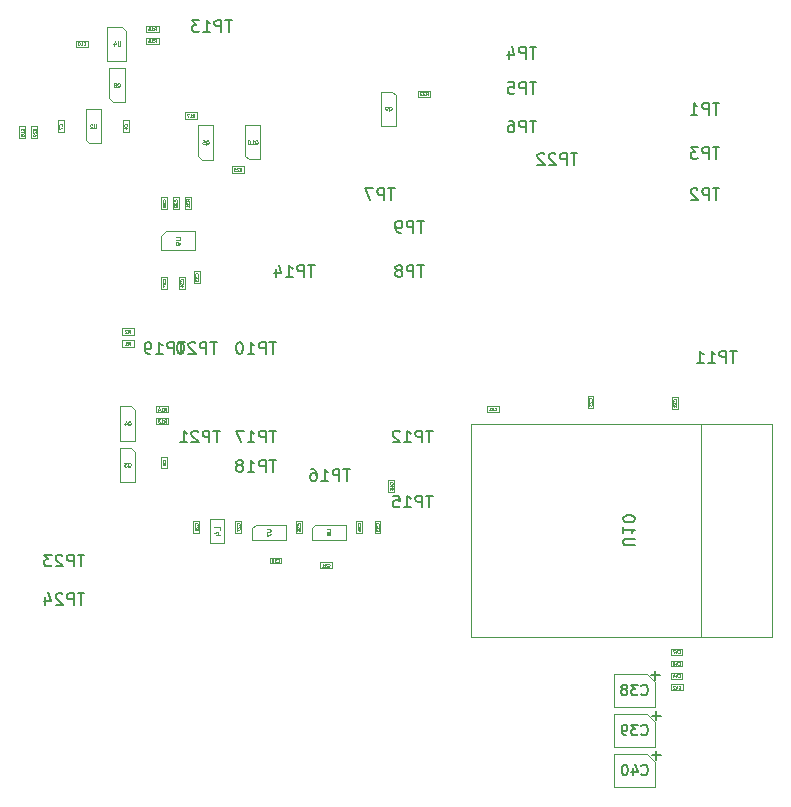
<source format=gbr>
%TF.GenerationSoftware,KiCad,Pcbnew,7.0.9*%
%TF.CreationDate,2024-01-10T01:47:22-08:00*%
%TF.ProjectId,ai-camera-rev3.1,61692d63-616d-4657-9261-2d726576332e,rev3.1*%
%TF.SameCoordinates,PX5a995c0PY2aea540*%
%TF.FileFunction,AssemblyDrawing,Bot*%
%FSLAX46Y46*%
G04 Gerber Fmt 4.6, Leading zero omitted, Abs format (unit mm)*
G04 Created by KiCad (PCBNEW 7.0.9) date 2024-01-10 01:47:22*
%MOMM*%
%LPD*%
G01*
G04 APERTURE LIST*
%ADD10C,0.050000*%
%ADD11C,0.150000*%
%ADD12C,0.130000*%
%ADD13C,0.040000*%
%ADD14C,0.060000*%
%ADD15C,0.080000*%
%ADD16C,0.100000*%
G04 APERTURE END LIST*
D10*
X21530476Y-13035914D02*
X21560952Y-13020676D01*
X21560952Y-13020676D02*
X21591428Y-12990200D01*
X21591428Y-12990200D02*
X21637142Y-12944485D01*
X21637142Y-12944485D02*
X21667619Y-12929247D01*
X21667619Y-12929247D02*
X21698095Y-12929247D01*
X21682857Y-13005438D02*
X21713333Y-12990200D01*
X21713333Y-12990200D02*
X21743809Y-12959723D01*
X21743809Y-12959723D02*
X21759047Y-12898771D01*
X21759047Y-12898771D02*
X21759047Y-12792104D01*
X21759047Y-12792104D02*
X21743809Y-12731152D01*
X21743809Y-12731152D02*
X21713333Y-12700676D01*
X21713333Y-12700676D02*
X21682857Y-12685438D01*
X21682857Y-12685438D02*
X21621904Y-12685438D01*
X21621904Y-12685438D02*
X21591428Y-12700676D01*
X21591428Y-12700676D02*
X21560952Y-12731152D01*
X21560952Y-12731152D02*
X21545714Y-12792104D01*
X21545714Y-12792104D02*
X21545714Y-12898771D01*
X21545714Y-12898771D02*
X21560952Y-12959723D01*
X21560952Y-12959723D02*
X21591428Y-12990200D01*
X21591428Y-12990200D02*
X21621904Y-13005438D01*
X21621904Y-13005438D02*
X21682857Y-13005438D01*
X21256190Y-12685438D02*
X21408571Y-12685438D01*
X21408571Y-12685438D02*
X21423809Y-12837819D01*
X21423809Y-12837819D02*
X21408571Y-12822580D01*
X21408571Y-12822580D02*
X21378095Y-12807342D01*
X21378095Y-12807342D02*
X21301904Y-12807342D01*
X21301904Y-12807342D02*
X21271428Y-12822580D01*
X21271428Y-12822580D02*
X21256190Y-12837819D01*
X21256190Y-12837819D02*
X21240952Y-12868295D01*
X21240952Y-12868295D02*
X21240952Y-12944485D01*
X21240952Y-12944485D02*
X21256190Y-12974961D01*
X21256190Y-12974961D02*
X21271428Y-12990200D01*
X21271428Y-12990200D02*
X21301904Y-13005438D01*
X21301904Y-13005438D02*
X21378095Y-13005438D01*
X21378095Y-13005438D02*
X21408571Y-12990200D01*
X21408571Y-12990200D02*
X21423809Y-12974961D01*
D11*
X60030951Y-61398866D02*
X59269047Y-61398866D01*
X59649999Y-61779819D02*
X59649999Y-61017914D01*
D12*
X58403214Y-62954036D02*
X58445118Y-62995941D01*
X58445118Y-62995941D02*
X58570833Y-63037845D01*
X58570833Y-63037845D02*
X58654642Y-63037845D01*
X58654642Y-63037845D02*
X58780356Y-62995941D01*
X58780356Y-62995941D02*
X58864166Y-62912131D01*
X58864166Y-62912131D02*
X58906071Y-62828321D01*
X58906071Y-62828321D02*
X58947975Y-62660702D01*
X58947975Y-62660702D02*
X58947975Y-62534988D01*
X58947975Y-62534988D02*
X58906071Y-62367369D01*
X58906071Y-62367369D02*
X58864166Y-62283560D01*
X58864166Y-62283560D02*
X58780356Y-62199750D01*
X58780356Y-62199750D02*
X58654642Y-62157845D01*
X58654642Y-62157845D02*
X58570833Y-62157845D01*
X58570833Y-62157845D02*
X58445118Y-62199750D01*
X58445118Y-62199750D02*
X58403214Y-62241655D01*
X58109880Y-62157845D02*
X57565118Y-62157845D01*
X57565118Y-62157845D02*
X57858452Y-62493083D01*
X57858452Y-62493083D02*
X57732737Y-62493083D01*
X57732737Y-62493083D02*
X57648928Y-62534988D01*
X57648928Y-62534988D02*
X57607023Y-62576893D01*
X57607023Y-62576893D02*
X57565118Y-62660702D01*
X57565118Y-62660702D02*
X57565118Y-62870226D01*
X57565118Y-62870226D02*
X57607023Y-62954036D01*
X57607023Y-62954036D02*
X57648928Y-62995941D01*
X57648928Y-62995941D02*
X57732737Y-63037845D01*
X57732737Y-63037845D02*
X57984166Y-63037845D01*
X57984166Y-63037845D02*
X58067975Y-62995941D01*
X58067975Y-62995941D02*
X58109880Y-62954036D01*
X57146071Y-63037845D02*
X56978452Y-63037845D01*
X56978452Y-63037845D02*
X56894642Y-62995941D01*
X56894642Y-62995941D02*
X56852738Y-62954036D01*
X56852738Y-62954036D02*
X56768928Y-62828321D01*
X56768928Y-62828321D02*
X56727023Y-62660702D01*
X56727023Y-62660702D02*
X56727023Y-62325464D01*
X56727023Y-62325464D02*
X56768928Y-62241655D01*
X56768928Y-62241655D02*
X56810833Y-62199750D01*
X56810833Y-62199750D02*
X56894642Y-62157845D01*
X56894642Y-62157845D02*
X57062261Y-62157845D01*
X57062261Y-62157845D02*
X57146071Y-62199750D01*
X57146071Y-62199750D02*
X57187976Y-62241655D01*
X57187976Y-62241655D02*
X57229880Y-62325464D01*
X57229880Y-62325464D02*
X57229880Y-62534988D01*
X57229880Y-62534988D02*
X57187976Y-62618798D01*
X57187976Y-62618798D02*
X57146071Y-62660702D01*
X57146071Y-62660702D02*
X57062261Y-62702607D01*
X57062261Y-62702607D02*
X56894642Y-62702607D01*
X56894642Y-62702607D02*
X56810833Y-62660702D01*
X56810833Y-62660702D02*
X56768928Y-62618798D01*
X56768928Y-62618798D02*
X56727023Y-62534988D01*
D11*
X27488094Y-29754819D02*
X26916666Y-29754819D01*
X27202380Y-30754819D02*
X27202380Y-29754819D01*
X26583332Y-30754819D02*
X26583332Y-29754819D01*
X26583332Y-29754819D02*
X26202380Y-29754819D01*
X26202380Y-29754819D02*
X26107142Y-29802438D01*
X26107142Y-29802438D02*
X26059523Y-29850057D01*
X26059523Y-29850057D02*
X26011904Y-29945295D01*
X26011904Y-29945295D02*
X26011904Y-30088152D01*
X26011904Y-30088152D02*
X26059523Y-30183390D01*
X26059523Y-30183390D02*
X26107142Y-30231009D01*
X26107142Y-30231009D02*
X26202380Y-30278628D01*
X26202380Y-30278628D02*
X26583332Y-30278628D01*
X25059523Y-30754819D02*
X25630951Y-30754819D01*
X25345237Y-30754819D02*
X25345237Y-29754819D01*
X25345237Y-29754819D02*
X25440475Y-29897676D01*
X25440475Y-29897676D02*
X25535713Y-29992914D01*
X25535713Y-29992914D02*
X25630951Y-30040533D01*
X24440475Y-29754819D02*
X24345237Y-29754819D01*
X24345237Y-29754819D02*
X24249999Y-29802438D01*
X24249999Y-29802438D02*
X24202380Y-29850057D01*
X24202380Y-29850057D02*
X24154761Y-29945295D01*
X24154761Y-29945295D02*
X24107142Y-30135771D01*
X24107142Y-30135771D02*
X24107142Y-30373866D01*
X24107142Y-30373866D02*
X24154761Y-30564342D01*
X24154761Y-30564342D02*
X24202380Y-30659580D01*
X24202380Y-30659580D02*
X24249999Y-30707200D01*
X24249999Y-30707200D02*
X24345237Y-30754819D01*
X24345237Y-30754819D02*
X24440475Y-30754819D01*
X24440475Y-30754819D02*
X24535713Y-30707200D01*
X24535713Y-30707200D02*
X24583332Y-30659580D01*
X24583332Y-30659580D02*
X24630951Y-30564342D01*
X24630951Y-30564342D02*
X24678570Y-30373866D01*
X24678570Y-30373866D02*
X24678570Y-30135771D01*
X24678570Y-30135771D02*
X24630951Y-29945295D01*
X24630951Y-29945295D02*
X24583332Y-29850057D01*
X24583332Y-29850057D02*
X24535713Y-29802438D01*
X24535713Y-29802438D02*
X24440475Y-29754819D01*
D13*
X14963332Y-28988200D02*
X15049999Y-28864391D01*
X15111904Y-28988200D02*
X15111904Y-28728200D01*
X15111904Y-28728200D02*
X15012856Y-28728200D01*
X15012856Y-28728200D02*
X14988094Y-28740581D01*
X14988094Y-28740581D02*
X14975713Y-28752962D01*
X14975713Y-28752962D02*
X14963332Y-28777724D01*
X14963332Y-28777724D02*
X14963332Y-28814867D01*
X14963332Y-28814867D02*
X14975713Y-28839629D01*
X14975713Y-28839629D02*
X14988094Y-28852010D01*
X14988094Y-28852010D02*
X15012856Y-28864391D01*
X15012856Y-28864391D02*
X15111904Y-28864391D01*
X14864285Y-28752962D02*
X14851904Y-28740581D01*
X14851904Y-28740581D02*
X14827142Y-28728200D01*
X14827142Y-28728200D02*
X14765237Y-28728200D01*
X14765237Y-28728200D02*
X14740475Y-28740581D01*
X14740475Y-28740581D02*
X14728094Y-28752962D01*
X14728094Y-28752962D02*
X14715713Y-28777724D01*
X14715713Y-28777724D02*
X14715713Y-28802486D01*
X14715713Y-28802486D02*
X14728094Y-28839629D01*
X14728094Y-28839629D02*
X14876666Y-28988200D01*
X14876666Y-28988200D02*
X14715713Y-28988200D01*
D11*
X11238094Y-51004819D02*
X10666666Y-51004819D01*
X10952380Y-52004819D02*
X10952380Y-51004819D01*
X10333332Y-52004819D02*
X10333332Y-51004819D01*
X10333332Y-51004819D02*
X9952380Y-51004819D01*
X9952380Y-51004819D02*
X9857142Y-51052438D01*
X9857142Y-51052438D02*
X9809523Y-51100057D01*
X9809523Y-51100057D02*
X9761904Y-51195295D01*
X9761904Y-51195295D02*
X9761904Y-51338152D01*
X9761904Y-51338152D02*
X9809523Y-51433390D01*
X9809523Y-51433390D02*
X9857142Y-51481009D01*
X9857142Y-51481009D02*
X9952380Y-51528628D01*
X9952380Y-51528628D02*
X10333332Y-51528628D01*
X9380951Y-51100057D02*
X9333332Y-51052438D01*
X9333332Y-51052438D02*
X9238094Y-51004819D01*
X9238094Y-51004819D02*
X8999999Y-51004819D01*
X8999999Y-51004819D02*
X8904761Y-51052438D01*
X8904761Y-51052438D02*
X8857142Y-51100057D01*
X8857142Y-51100057D02*
X8809523Y-51195295D01*
X8809523Y-51195295D02*
X8809523Y-51290533D01*
X8809523Y-51290533D02*
X8857142Y-51433390D01*
X8857142Y-51433390D02*
X9428570Y-52004819D01*
X9428570Y-52004819D02*
X8809523Y-52004819D01*
X7952380Y-51338152D02*
X7952380Y-52004819D01*
X8190475Y-50957200D02*
X8428570Y-51671485D01*
X8428570Y-51671485D02*
X7809523Y-51671485D01*
D13*
X61339765Y-34749285D02*
X61351670Y-34737381D01*
X61351670Y-34737381D02*
X61363574Y-34701666D01*
X61363574Y-34701666D02*
X61363574Y-34677857D01*
X61363574Y-34677857D02*
X61351670Y-34642143D01*
X61351670Y-34642143D02*
X61327860Y-34618333D01*
X61327860Y-34618333D02*
X61304050Y-34606428D01*
X61304050Y-34606428D02*
X61256431Y-34594524D01*
X61256431Y-34594524D02*
X61220717Y-34594524D01*
X61220717Y-34594524D02*
X61173098Y-34606428D01*
X61173098Y-34606428D02*
X61149289Y-34618333D01*
X61149289Y-34618333D02*
X61125479Y-34642143D01*
X61125479Y-34642143D02*
X61113574Y-34677857D01*
X61113574Y-34677857D02*
X61113574Y-34701666D01*
X61113574Y-34701666D02*
X61125479Y-34737381D01*
X61125479Y-34737381D02*
X61137384Y-34749285D01*
X61113574Y-34832619D02*
X61113574Y-34987381D01*
X61113574Y-34987381D02*
X61208812Y-34904047D01*
X61208812Y-34904047D02*
X61208812Y-34939762D01*
X61208812Y-34939762D02*
X61220717Y-34963571D01*
X61220717Y-34963571D02*
X61232622Y-34975476D01*
X61232622Y-34975476D02*
X61256431Y-34987381D01*
X61256431Y-34987381D02*
X61315955Y-34987381D01*
X61315955Y-34987381D02*
X61339765Y-34975476D01*
X61339765Y-34975476D02*
X61351670Y-34963571D01*
X61351670Y-34963571D02*
X61363574Y-34939762D01*
X61363574Y-34939762D02*
X61363574Y-34868333D01*
X61363574Y-34868333D02*
X61351670Y-34844524D01*
X61351670Y-34844524D02*
X61339765Y-34832619D01*
X61137384Y-35082619D02*
X61125479Y-35094523D01*
X61125479Y-35094523D02*
X61113574Y-35118333D01*
X61113574Y-35118333D02*
X61113574Y-35177857D01*
X61113574Y-35177857D02*
X61125479Y-35201666D01*
X61125479Y-35201666D02*
X61137384Y-35213571D01*
X61137384Y-35213571D02*
X61161193Y-35225476D01*
X61161193Y-35225476D02*
X61185003Y-35225476D01*
X61185003Y-35225476D02*
X61220717Y-35213571D01*
X61220717Y-35213571D02*
X61363574Y-35070714D01*
X61363574Y-35070714D02*
X61363574Y-35225476D01*
D11*
X57865180Y-46968094D02*
X57055657Y-46968094D01*
X57055657Y-46968094D02*
X56960419Y-46920475D01*
X56960419Y-46920475D02*
X56912800Y-46872856D01*
X56912800Y-46872856D02*
X56865180Y-46777618D01*
X56865180Y-46777618D02*
X56865180Y-46587142D01*
X56865180Y-46587142D02*
X56912800Y-46491904D01*
X56912800Y-46491904D02*
X56960419Y-46444285D01*
X56960419Y-46444285D02*
X57055657Y-46396666D01*
X57055657Y-46396666D02*
X57865180Y-46396666D01*
X56865180Y-45396666D02*
X56865180Y-45968094D01*
X56865180Y-45682380D02*
X57865180Y-45682380D01*
X57865180Y-45682380D02*
X57722323Y-45777618D01*
X57722323Y-45777618D02*
X57627085Y-45872856D01*
X57627085Y-45872856D02*
X57579466Y-45968094D01*
X57865180Y-44777618D02*
X57865180Y-44682380D01*
X57865180Y-44682380D02*
X57817561Y-44587142D01*
X57817561Y-44587142D02*
X57769942Y-44539523D01*
X57769942Y-44539523D02*
X57674704Y-44491904D01*
X57674704Y-44491904D02*
X57484228Y-44444285D01*
X57484228Y-44444285D02*
X57246133Y-44444285D01*
X57246133Y-44444285D02*
X57055657Y-44491904D01*
X57055657Y-44491904D02*
X56960419Y-44539523D01*
X56960419Y-44539523D02*
X56912800Y-44587142D01*
X56912800Y-44587142D02*
X56865180Y-44682380D01*
X56865180Y-44682380D02*
X56865180Y-44777618D01*
X56865180Y-44777618D02*
X56912800Y-44872856D01*
X56912800Y-44872856D02*
X56960419Y-44920475D01*
X56960419Y-44920475D02*
X57055657Y-44968094D01*
X57055657Y-44968094D02*
X57246133Y-45015713D01*
X57246133Y-45015713D02*
X57484228Y-45015713D01*
X57484228Y-45015713D02*
X57674704Y-44968094D01*
X57674704Y-44968094D02*
X57769942Y-44920475D01*
X57769942Y-44920475D02*
X57817561Y-44872856D01*
X57817561Y-44872856D02*
X57865180Y-44777618D01*
X27488094Y-37254819D02*
X26916666Y-37254819D01*
X27202380Y-38254819D02*
X27202380Y-37254819D01*
X26583332Y-38254819D02*
X26583332Y-37254819D01*
X26583332Y-37254819D02*
X26202380Y-37254819D01*
X26202380Y-37254819D02*
X26107142Y-37302438D01*
X26107142Y-37302438D02*
X26059523Y-37350057D01*
X26059523Y-37350057D02*
X26011904Y-37445295D01*
X26011904Y-37445295D02*
X26011904Y-37588152D01*
X26011904Y-37588152D02*
X26059523Y-37683390D01*
X26059523Y-37683390D02*
X26107142Y-37731009D01*
X26107142Y-37731009D02*
X26202380Y-37778628D01*
X26202380Y-37778628D02*
X26583332Y-37778628D01*
X25059523Y-38254819D02*
X25630951Y-38254819D01*
X25345237Y-38254819D02*
X25345237Y-37254819D01*
X25345237Y-37254819D02*
X25440475Y-37397676D01*
X25440475Y-37397676D02*
X25535713Y-37492914D01*
X25535713Y-37492914D02*
X25630951Y-37540533D01*
X24726189Y-37254819D02*
X24059523Y-37254819D01*
X24059523Y-37254819D02*
X24488094Y-38254819D01*
D13*
X18089765Y-17839285D02*
X18101670Y-17827381D01*
X18101670Y-17827381D02*
X18113574Y-17791666D01*
X18113574Y-17791666D02*
X18113574Y-17767857D01*
X18113574Y-17767857D02*
X18101670Y-17732143D01*
X18101670Y-17732143D02*
X18077860Y-17708333D01*
X18077860Y-17708333D02*
X18054050Y-17696428D01*
X18054050Y-17696428D02*
X18006431Y-17684524D01*
X18006431Y-17684524D02*
X17970717Y-17684524D01*
X17970717Y-17684524D02*
X17923098Y-17696428D01*
X17923098Y-17696428D02*
X17899289Y-17708333D01*
X17899289Y-17708333D02*
X17875479Y-17732143D01*
X17875479Y-17732143D02*
X17863574Y-17767857D01*
X17863574Y-17767857D02*
X17863574Y-17791666D01*
X17863574Y-17791666D02*
X17875479Y-17827381D01*
X17875479Y-17827381D02*
X17887384Y-17839285D01*
X17887384Y-17934524D02*
X17875479Y-17946428D01*
X17875479Y-17946428D02*
X17863574Y-17970238D01*
X17863574Y-17970238D02*
X17863574Y-18029762D01*
X17863574Y-18029762D02*
X17875479Y-18053571D01*
X17875479Y-18053571D02*
X17887384Y-18065476D01*
X17887384Y-18065476D02*
X17911193Y-18077381D01*
X17911193Y-18077381D02*
X17935003Y-18077381D01*
X17935003Y-18077381D02*
X17970717Y-18065476D01*
X17970717Y-18065476D02*
X18113574Y-17922619D01*
X18113574Y-17922619D02*
X18113574Y-18077381D01*
X18113574Y-18196428D02*
X18113574Y-18244047D01*
X18113574Y-18244047D02*
X18101670Y-18267857D01*
X18101670Y-18267857D02*
X18089765Y-18279761D01*
X18089765Y-18279761D02*
X18054050Y-18303571D01*
X18054050Y-18303571D02*
X18006431Y-18315476D01*
X18006431Y-18315476D02*
X17911193Y-18315476D01*
X17911193Y-18315476D02*
X17887384Y-18303571D01*
X17887384Y-18303571D02*
X17875479Y-18291666D01*
X17875479Y-18291666D02*
X17863574Y-18267857D01*
X17863574Y-18267857D02*
X17863574Y-18220238D01*
X17863574Y-18220238D02*
X17875479Y-18196428D01*
X17875479Y-18196428D02*
X17887384Y-18184523D01*
X17887384Y-18184523D02*
X17911193Y-18172619D01*
X17911193Y-18172619D02*
X17970717Y-18172619D01*
X17970717Y-18172619D02*
X17994527Y-18184523D01*
X17994527Y-18184523D02*
X18006431Y-18196428D01*
X18006431Y-18196428D02*
X18018336Y-18220238D01*
X18018336Y-18220238D02*
X18018336Y-18267857D01*
X18018336Y-18267857D02*
X18006431Y-18291666D01*
X18006431Y-18291666D02*
X17994527Y-18303571D01*
X17994527Y-18303571D02*
X17970717Y-18315476D01*
X19589765Y-24589285D02*
X19601670Y-24577381D01*
X19601670Y-24577381D02*
X19613574Y-24541666D01*
X19613574Y-24541666D02*
X19613574Y-24517857D01*
X19613574Y-24517857D02*
X19601670Y-24482143D01*
X19601670Y-24482143D02*
X19577860Y-24458333D01*
X19577860Y-24458333D02*
X19554050Y-24446428D01*
X19554050Y-24446428D02*
X19506431Y-24434524D01*
X19506431Y-24434524D02*
X19470717Y-24434524D01*
X19470717Y-24434524D02*
X19423098Y-24446428D01*
X19423098Y-24446428D02*
X19399289Y-24458333D01*
X19399289Y-24458333D02*
X19375479Y-24482143D01*
X19375479Y-24482143D02*
X19363574Y-24517857D01*
X19363574Y-24517857D02*
X19363574Y-24541666D01*
X19363574Y-24541666D02*
X19375479Y-24577381D01*
X19375479Y-24577381D02*
X19387384Y-24589285D01*
X19363574Y-24672619D02*
X19363574Y-24827381D01*
X19363574Y-24827381D02*
X19458812Y-24744047D01*
X19458812Y-24744047D02*
X19458812Y-24779762D01*
X19458812Y-24779762D02*
X19470717Y-24803571D01*
X19470717Y-24803571D02*
X19482622Y-24815476D01*
X19482622Y-24815476D02*
X19506431Y-24827381D01*
X19506431Y-24827381D02*
X19565955Y-24827381D01*
X19565955Y-24827381D02*
X19589765Y-24815476D01*
X19589765Y-24815476D02*
X19601670Y-24803571D01*
X19601670Y-24803571D02*
X19613574Y-24779762D01*
X19613574Y-24779762D02*
X19613574Y-24708333D01*
X19613574Y-24708333D02*
X19601670Y-24684524D01*
X19601670Y-24684524D02*
X19589765Y-24672619D01*
X19446908Y-25041666D02*
X19613574Y-25041666D01*
X19351670Y-24982142D02*
X19530241Y-24922619D01*
X19530241Y-24922619D02*
X19530241Y-25077380D01*
X37326165Y-41777285D02*
X37338070Y-41765381D01*
X37338070Y-41765381D02*
X37349974Y-41729666D01*
X37349974Y-41729666D02*
X37349974Y-41705857D01*
X37349974Y-41705857D02*
X37338070Y-41670143D01*
X37338070Y-41670143D02*
X37314260Y-41646333D01*
X37314260Y-41646333D02*
X37290450Y-41634428D01*
X37290450Y-41634428D02*
X37242831Y-41622524D01*
X37242831Y-41622524D02*
X37207117Y-41622524D01*
X37207117Y-41622524D02*
X37159498Y-41634428D01*
X37159498Y-41634428D02*
X37135689Y-41646333D01*
X37135689Y-41646333D02*
X37111879Y-41670143D01*
X37111879Y-41670143D02*
X37099974Y-41705857D01*
X37099974Y-41705857D02*
X37099974Y-41729666D01*
X37099974Y-41729666D02*
X37111879Y-41765381D01*
X37111879Y-41765381D02*
X37123784Y-41777285D01*
X37183308Y-41991571D02*
X37349974Y-41991571D01*
X37088070Y-41932047D02*
X37266641Y-41872524D01*
X37266641Y-41872524D02*
X37266641Y-42027285D01*
X37207117Y-42158238D02*
X37195212Y-42134428D01*
X37195212Y-42134428D02*
X37183308Y-42122523D01*
X37183308Y-42122523D02*
X37159498Y-42110619D01*
X37159498Y-42110619D02*
X37147593Y-42110619D01*
X37147593Y-42110619D02*
X37123784Y-42122523D01*
X37123784Y-42122523D02*
X37111879Y-42134428D01*
X37111879Y-42134428D02*
X37099974Y-42158238D01*
X37099974Y-42158238D02*
X37099974Y-42205857D01*
X37099974Y-42205857D02*
X37111879Y-42229666D01*
X37111879Y-42229666D02*
X37123784Y-42241571D01*
X37123784Y-42241571D02*
X37147593Y-42253476D01*
X37147593Y-42253476D02*
X37159498Y-42253476D01*
X37159498Y-42253476D02*
X37183308Y-42241571D01*
X37183308Y-42241571D02*
X37195212Y-42229666D01*
X37195212Y-42229666D02*
X37207117Y-42205857D01*
X37207117Y-42205857D02*
X37207117Y-42158238D01*
X37207117Y-42158238D02*
X37219022Y-42134428D01*
X37219022Y-42134428D02*
X37230927Y-42122523D01*
X37230927Y-42122523D02*
X37254736Y-42110619D01*
X37254736Y-42110619D02*
X37302355Y-42110619D01*
X37302355Y-42110619D02*
X37326165Y-42122523D01*
X37326165Y-42122523D02*
X37338070Y-42134428D01*
X37338070Y-42134428D02*
X37349974Y-42158238D01*
X37349974Y-42158238D02*
X37349974Y-42205857D01*
X37349974Y-42205857D02*
X37338070Y-42229666D01*
X37338070Y-42229666D02*
X37326165Y-42241571D01*
X37326165Y-42241571D02*
X37302355Y-42253476D01*
X37302355Y-42253476D02*
X37254736Y-42253476D01*
X37254736Y-42253476D02*
X37230927Y-42241571D01*
X37230927Y-42241571D02*
X37219022Y-42229666D01*
X37219022Y-42229666D02*
X37207117Y-42205857D01*
D11*
X40738094Y-37254819D02*
X40166666Y-37254819D01*
X40452380Y-38254819D02*
X40452380Y-37254819D01*
X39833332Y-38254819D02*
X39833332Y-37254819D01*
X39833332Y-37254819D02*
X39452380Y-37254819D01*
X39452380Y-37254819D02*
X39357142Y-37302438D01*
X39357142Y-37302438D02*
X39309523Y-37350057D01*
X39309523Y-37350057D02*
X39261904Y-37445295D01*
X39261904Y-37445295D02*
X39261904Y-37588152D01*
X39261904Y-37588152D02*
X39309523Y-37683390D01*
X39309523Y-37683390D02*
X39357142Y-37731009D01*
X39357142Y-37731009D02*
X39452380Y-37778628D01*
X39452380Y-37778628D02*
X39833332Y-37778628D01*
X38309523Y-38254819D02*
X38880951Y-38254819D01*
X38595237Y-38254819D02*
X38595237Y-37254819D01*
X38595237Y-37254819D02*
X38690475Y-37397676D01*
X38690475Y-37397676D02*
X38785713Y-37492914D01*
X38785713Y-37492914D02*
X38880951Y-37540533D01*
X37928570Y-37350057D02*
X37880951Y-37302438D01*
X37880951Y-37302438D02*
X37785713Y-37254819D01*
X37785713Y-37254819D02*
X37547618Y-37254819D01*
X37547618Y-37254819D02*
X37452380Y-37302438D01*
X37452380Y-37302438D02*
X37404761Y-37350057D01*
X37404761Y-37350057D02*
X37357142Y-37445295D01*
X37357142Y-37445295D02*
X37357142Y-37540533D01*
X37357142Y-37540533D02*
X37404761Y-37683390D01*
X37404761Y-37683390D02*
X37976189Y-38254819D01*
X37976189Y-38254819D02*
X37357142Y-38254819D01*
D13*
X20118200Y-17832857D02*
X19994391Y-17746190D01*
X20118200Y-17684285D02*
X19858200Y-17684285D01*
X19858200Y-17684285D02*
X19858200Y-17783333D01*
X19858200Y-17783333D02*
X19870581Y-17808095D01*
X19870581Y-17808095D02*
X19882962Y-17820476D01*
X19882962Y-17820476D02*
X19907724Y-17832857D01*
X19907724Y-17832857D02*
X19944867Y-17832857D01*
X19944867Y-17832857D02*
X19969629Y-17820476D01*
X19969629Y-17820476D02*
X19982010Y-17808095D01*
X19982010Y-17808095D02*
X19994391Y-17783333D01*
X19994391Y-17783333D02*
X19994391Y-17684285D01*
X19858200Y-17919523D02*
X19858200Y-18080476D01*
X19858200Y-18080476D02*
X19957248Y-17993809D01*
X19957248Y-17993809D02*
X19957248Y-18030952D01*
X19957248Y-18030952D02*
X19969629Y-18055714D01*
X19969629Y-18055714D02*
X19982010Y-18068095D01*
X19982010Y-18068095D02*
X20006772Y-18080476D01*
X20006772Y-18080476D02*
X20068677Y-18080476D01*
X20068677Y-18080476D02*
X20093439Y-18068095D01*
X20093439Y-18068095D02*
X20105820Y-18055714D01*
X20105820Y-18055714D02*
X20118200Y-18030952D01*
X20118200Y-18030952D02*
X20118200Y-17956666D01*
X20118200Y-17956666D02*
X20105820Y-17931904D01*
X20105820Y-17931904D02*
X20093439Y-17919523D01*
X20118200Y-18328095D02*
X20118200Y-18179523D01*
X20118200Y-18253809D02*
X19858200Y-18253809D01*
X19858200Y-18253809D02*
X19895343Y-18229047D01*
X19895343Y-18229047D02*
X19920105Y-18204285D01*
X19920105Y-18204285D02*
X19932486Y-18179523D01*
D11*
X52988094Y-13754819D02*
X52416666Y-13754819D01*
X52702380Y-14754819D02*
X52702380Y-13754819D01*
X52083332Y-14754819D02*
X52083332Y-13754819D01*
X52083332Y-13754819D02*
X51702380Y-13754819D01*
X51702380Y-13754819D02*
X51607142Y-13802438D01*
X51607142Y-13802438D02*
X51559523Y-13850057D01*
X51559523Y-13850057D02*
X51511904Y-13945295D01*
X51511904Y-13945295D02*
X51511904Y-14088152D01*
X51511904Y-14088152D02*
X51559523Y-14183390D01*
X51559523Y-14183390D02*
X51607142Y-14231009D01*
X51607142Y-14231009D02*
X51702380Y-14278628D01*
X51702380Y-14278628D02*
X52083332Y-14278628D01*
X51130951Y-13850057D02*
X51083332Y-13802438D01*
X51083332Y-13802438D02*
X50988094Y-13754819D01*
X50988094Y-13754819D02*
X50749999Y-13754819D01*
X50749999Y-13754819D02*
X50654761Y-13802438D01*
X50654761Y-13802438D02*
X50607142Y-13850057D01*
X50607142Y-13850057D02*
X50559523Y-13945295D01*
X50559523Y-13945295D02*
X50559523Y-14040533D01*
X50559523Y-14040533D02*
X50607142Y-14183390D01*
X50607142Y-14183390D02*
X51178570Y-14754819D01*
X51178570Y-14754819D02*
X50559523Y-14754819D01*
X50178570Y-13850057D02*
X50130951Y-13802438D01*
X50130951Y-13802438D02*
X50035713Y-13754819D01*
X50035713Y-13754819D02*
X49797618Y-13754819D01*
X49797618Y-13754819D02*
X49702380Y-13802438D01*
X49702380Y-13802438D02*
X49654761Y-13850057D01*
X49654761Y-13850057D02*
X49607142Y-13945295D01*
X49607142Y-13945295D02*
X49607142Y-14040533D01*
X49607142Y-14040533D02*
X49654761Y-14183390D01*
X49654761Y-14183390D02*
X50226189Y-14754819D01*
X50226189Y-14754819D02*
X49607142Y-14754819D01*
D13*
X14839765Y-11458333D02*
X14851670Y-11446429D01*
X14851670Y-11446429D02*
X14863574Y-11410714D01*
X14863574Y-11410714D02*
X14863574Y-11386905D01*
X14863574Y-11386905D02*
X14851670Y-11351191D01*
X14851670Y-11351191D02*
X14827860Y-11327381D01*
X14827860Y-11327381D02*
X14804050Y-11315476D01*
X14804050Y-11315476D02*
X14756431Y-11303572D01*
X14756431Y-11303572D02*
X14720717Y-11303572D01*
X14720717Y-11303572D02*
X14673098Y-11315476D01*
X14673098Y-11315476D02*
X14649289Y-11327381D01*
X14649289Y-11327381D02*
X14625479Y-11351191D01*
X14625479Y-11351191D02*
X14613574Y-11386905D01*
X14613574Y-11386905D02*
X14613574Y-11410714D01*
X14613574Y-11410714D02*
X14625479Y-11446429D01*
X14625479Y-11446429D02*
X14637384Y-11458333D01*
X14696908Y-11672619D02*
X14863574Y-11672619D01*
X14601670Y-11613095D02*
X14780241Y-11553572D01*
X14780241Y-11553572D02*
X14780241Y-11708333D01*
X18089765Y-24589285D02*
X18101670Y-24577381D01*
X18101670Y-24577381D02*
X18113574Y-24541666D01*
X18113574Y-24541666D02*
X18113574Y-24517857D01*
X18113574Y-24517857D02*
X18101670Y-24482143D01*
X18101670Y-24482143D02*
X18077860Y-24458333D01*
X18077860Y-24458333D02*
X18054050Y-24446428D01*
X18054050Y-24446428D02*
X18006431Y-24434524D01*
X18006431Y-24434524D02*
X17970717Y-24434524D01*
X17970717Y-24434524D02*
X17923098Y-24446428D01*
X17923098Y-24446428D02*
X17899289Y-24458333D01*
X17899289Y-24458333D02*
X17875479Y-24482143D01*
X17875479Y-24482143D02*
X17863574Y-24517857D01*
X17863574Y-24517857D02*
X17863574Y-24541666D01*
X17863574Y-24541666D02*
X17875479Y-24577381D01*
X17875479Y-24577381D02*
X17887384Y-24589285D01*
X17863574Y-24672619D02*
X17863574Y-24827381D01*
X17863574Y-24827381D02*
X17958812Y-24744047D01*
X17958812Y-24744047D02*
X17958812Y-24779762D01*
X17958812Y-24779762D02*
X17970717Y-24803571D01*
X17970717Y-24803571D02*
X17982622Y-24815476D01*
X17982622Y-24815476D02*
X18006431Y-24827381D01*
X18006431Y-24827381D02*
X18065955Y-24827381D01*
X18065955Y-24827381D02*
X18089765Y-24815476D01*
X18089765Y-24815476D02*
X18101670Y-24803571D01*
X18101670Y-24803571D02*
X18113574Y-24779762D01*
X18113574Y-24779762D02*
X18113574Y-24708333D01*
X18113574Y-24708333D02*
X18101670Y-24684524D01*
X18101670Y-24684524D02*
X18089765Y-24672619D01*
X17863574Y-24910714D02*
X17863574Y-25077380D01*
X17863574Y-25077380D02*
X18113574Y-24970238D01*
X61535714Y-57064765D02*
X61547618Y-57076670D01*
X61547618Y-57076670D02*
X61583333Y-57088574D01*
X61583333Y-57088574D02*
X61607142Y-57088574D01*
X61607142Y-57088574D02*
X61642856Y-57076670D01*
X61642856Y-57076670D02*
X61666666Y-57052860D01*
X61666666Y-57052860D02*
X61678571Y-57029050D01*
X61678571Y-57029050D02*
X61690475Y-56981431D01*
X61690475Y-56981431D02*
X61690475Y-56945717D01*
X61690475Y-56945717D02*
X61678571Y-56898098D01*
X61678571Y-56898098D02*
X61666666Y-56874289D01*
X61666666Y-56874289D02*
X61642856Y-56850479D01*
X61642856Y-56850479D02*
X61607142Y-56838574D01*
X61607142Y-56838574D02*
X61583333Y-56838574D01*
X61583333Y-56838574D02*
X61547618Y-56850479D01*
X61547618Y-56850479D02*
X61535714Y-56862384D01*
X61321428Y-56921908D02*
X61321428Y-57088574D01*
X61380952Y-56826670D02*
X61440475Y-57005241D01*
X61440475Y-57005241D02*
X61285714Y-57005241D01*
X61083333Y-56838574D02*
X61130952Y-56838574D01*
X61130952Y-56838574D02*
X61154761Y-56850479D01*
X61154761Y-56850479D02*
X61166666Y-56862384D01*
X61166666Y-56862384D02*
X61190476Y-56898098D01*
X61190476Y-56898098D02*
X61202380Y-56945717D01*
X61202380Y-56945717D02*
X61202380Y-57040955D01*
X61202380Y-57040955D02*
X61190476Y-57064765D01*
X61190476Y-57064765D02*
X61178571Y-57076670D01*
X61178571Y-57076670D02*
X61154761Y-57088574D01*
X61154761Y-57088574D02*
X61107142Y-57088574D01*
X61107142Y-57088574D02*
X61083333Y-57076670D01*
X61083333Y-57076670D02*
X61071428Y-57064765D01*
X61071428Y-57064765D02*
X61059523Y-57040955D01*
X61059523Y-57040955D02*
X61059523Y-56981431D01*
X61059523Y-56981431D02*
X61071428Y-56957622D01*
X61071428Y-56957622D02*
X61083333Y-56945717D01*
X61083333Y-56945717D02*
X61107142Y-56933812D01*
X61107142Y-56933812D02*
X61154761Y-56933812D01*
X61154761Y-56933812D02*
X61178571Y-56945717D01*
X61178571Y-56945717D02*
X61190476Y-56957622D01*
X61190476Y-56957622D02*
X61202380Y-56981431D01*
D10*
X14930476Y-40335914D02*
X14960952Y-40320676D01*
X14960952Y-40320676D02*
X14991428Y-40290200D01*
X14991428Y-40290200D02*
X15037142Y-40244485D01*
X15037142Y-40244485D02*
X15067619Y-40229247D01*
X15067619Y-40229247D02*
X15098095Y-40229247D01*
X15082857Y-40305438D02*
X15113333Y-40290200D01*
X15113333Y-40290200D02*
X15143809Y-40259723D01*
X15143809Y-40259723D02*
X15159047Y-40198771D01*
X15159047Y-40198771D02*
X15159047Y-40092104D01*
X15159047Y-40092104D02*
X15143809Y-40031152D01*
X15143809Y-40031152D02*
X15113333Y-40000676D01*
X15113333Y-40000676D02*
X15082857Y-39985438D01*
X15082857Y-39985438D02*
X15021904Y-39985438D01*
X15021904Y-39985438D02*
X14991428Y-40000676D01*
X14991428Y-40000676D02*
X14960952Y-40031152D01*
X14960952Y-40031152D02*
X14945714Y-40092104D01*
X14945714Y-40092104D02*
X14945714Y-40198771D01*
X14945714Y-40198771D02*
X14960952Y-40259723D01*
X14960952Y-40259723D02*
X14991428Y-40290200D01*
X14991428Y-40290200D02*
X15021904Y-40305438D01*
X15021904Y-40305438D02*
X15082857Y-40305438D01*
X14839047Y-39985438D02*
X14640952Y-39985438D01*
X14640952Y-39985438D02*
X14747619Y-40107342D01*
X14747619Y-40107342D02*
X14701904Y-40107342D01*
X14701904Y-40107342D02*
X14671428Y-40122580D01*
X14671428Y-40122580D02*
X14656190Y-40137819D01*
X14656190Y-40137819D02*
X14640952Y-40168295D01*
X14640952Y-40168295D02*
X14640952Y-40244485D01*
X14640952Y-40244485D02*
X14656190Y-40274961D01*
X14656190Y-40274961D02*
X14671428Y-40290200D01*
X14671428Y-40290200D02*
X14701904Y-40305438D01*
X14701904Y-40305438D02*
X14793333Y-40305438D01*
X14793333Y-40305438D02*
X14823809Y-40290200D01*
X14823809Y-40290200D02*
X14839047Y-40274961D01*
D13*
X6089765Y-11839285D02*
X6101670Y-11827381D01*
X6101670Y-11827381D02*
X6113574Y-11791666D01*
X6113574Y-11791666D02*
X6113574Y-11767857D01*
X6113574Y-11767857D02*
X6101670Y-11732143D01*
X6101670Y-11732143D02*
X6077860Y-11708333D01*
X6077860Y-11708333D02*
X6054050Y-11696428D01*
X6054050Y-11696428D02*
X6006431Y-11684524D01*
X6006431Y-11684524D02*
X5970717Y-11684524D01*
X5970717Y-11684524D02*
X5923098Y-11696428D01*
X5923098Y-11696428D02*
X5899289Y-11708333D01*
X5899289Y-11708333D02*
X5875479Y-11732143D01*
X5875479Y-11732143D02*
X5863574Y-11767857D01*
X5863574Y-11767857D02*
X5863574Y-11791666D01*
X5863574Y-11791666D02*
X5875479Y-11827381D01*
X5875479Y-11827381D02*
X5887384Y-11839285D01*
X6113574Y-12077381D02*
X6113574Y-11934524D01*
X6113574Y-12005952D02*
X5863574Y-12005952D01*
X5863574Y-12005952D02*
X5899289Y-11982143D01*
X5899289Y-11982143D02*
X5923098Y-11958333D01*
X5923098Y-11958333D02*
X5935003Y-11934524D01*
X5863574Y-12291666D02*
X5863574Y-12244047D01*
X5863574Y-12244047D02*
X5875479Y-12220238D01*
X5875479Y-12220238D02*
X5887384Y-12208333D01*
X5887384Y-12208333D02*
X5923098Y-12184523D01*
X5923098Y-12184523D02*
X5970717Y-12172619D01*
X5970717Y-12172619D02*
X6065955Y-12172619D01*
X6065955Y-12172619D02*
X6089765Y-12184523D01*
X6089765Y-12184523D02*
X6101670Y-12196428D01*
X6101670Y-12196428D02*
X6113574Y-12220238D01*
X6113574Y-12220238D02*
X6113574Y-12267857D01*
X6113574Y-12267857D02*
X6101670Y-12291666D01*
X6101670Y-12291666D02*
X6089765Y-12303571D01*
X6089765Y-12303571D02*
X6065955Y-12315476D01*
X6065955Y-12315476D02*
X6006431Y-12315476D01*
X6006431Y-12315476D02*
X5982622Y-12303571D01*
X5982622Y-12303571D02*
X5970717Y-12291666D01*
X5970717Y-12291666D02*
X5958812Y-12267857D01*
X5958812Y-12267857D02*
X5958812Y-12220238D01*
X5958812Y-12220238D02*
X5970717Y-12196428D01*
X5970717Y-12196428D02*
X5982622Y-12184523D01*
X5982622Y-12184523D02*
X6006431Y-12172619D01*
X29502965Y-45261185D02*
X29514870Y-45249281D01*
X29514870Y-45249281D02*
X29526774Y-45213566D01*
X29526774Y-45213566D02*
X29526774Y-45189757D01*
X29526774Y-45189757D02*
X29514870Y-45154043D01*
X29514870Y-45154043D02*
X29491060Y-45130233D01*
X29491060Y-45130233D02*
X29467250Y-45118328D01*
X29467250Y-45118328D02*
X29419631Y-45106424D01*
X29419631Y-45106424D02*
X29383917Y-45106424D01*
X29383917Y-45106424D02*
X29336298Y-45118328D01*
X29336298Y-45118328D02*
X29312489Y-45130233D01*
X29312489Y-45130233D02*
X29288679Y-45154043D01*
X29288679Y-45154043D02*
X29276774Y-45189757D01*
X29276774Y-45189757D02*
X29276774Y-45213566D01*
X29276774Y-45213566D02*
X29288679Y-45249281D01*
X29288679Y-45249281D02*
X29300584Y-45261185D01*
X29276774Y-45344519D02*
X29276774Y-45499281D01*
X29276774Y-45499281D02*
X29372012Y-45415947D01*
X29372012Y-45415947D02*
X29372012Y-45451662D01*
X29372012Y-45451662D02*
X29383917Y-45475471D01*
X29383917Y-45475471D02*
X29395822Y-45487376D01*
X29395822Y-45487376D02*
X29419631Y-45499281D01*
X29419631Y-45499281D02*
X29479155Y-45499281D01*
X29479155Y-45499281D02*
X29502965Y-45487376D01*
X29502965Y-45487376D02*
X29514870Y-45475471D01*
X29514870Y-45475471D02*
X29526774Y-45451662D01*
X29526774Y-45451662D02*
X29526774Y-45380233D01*
X29526774Y-45380233D02*
X29514870Y-45356424D01*
X29514870Y-45356424D02*
X29502965Y-45344519D01*
X29276774Y-45725471D02*
X29276774Y-45606423D01*
X29276774Y-45606423D02*
X29395822Y-45594519D01*
X29395822Y-45594519D02*
X29383917Y-45606423D01*
X29383917Y-45606423D02*
X29372012Y-45630233D01*
X29372012Y-45630233D02*
X29372012Y-45689757D01*
X29372012Y-45689757D02*
X29383917Y-45713566D01*
X29383917Y-45713566D02*
X29395822Y-45725471D01*
X29395822Y-45725471D02*
X29419631Y-45737376D01*
X29419631Y-45737376D02*
X29479155Y-45737376D01*
X29479155Y-45737376D02*
X29502965Y-45725471D01*
X29502965Y-45725471D02*
X29514870Y-45713566D01*
X29514870Y-45713566D02*
X29526774Y-45689757D01*
X29526774Y-45689757D02*
X29526774Y-45630233D01*
X29526774Y-45630233D02*
X29514870Y-45606423D01*
X29514870Y-45606423D02*
X29502965Y-45594519D01*
X40167142Y-8868200D02*
X40253809Y-8744391D01*
X40315714Y-8868200D02*
X40315714Y-8608200D01*
X40315714Y-8608200D02*
X40216666Y-8608200D01*
X40216666Y-8608200D02*
X40191904Y-8620581D01*
X40191904Y-8620581D02*
X40179523Y-8632962D01*
X40179523Y-8632962D02*
X40167142Y-8657724D01*
X40167142Y-8657724D02*
X40167142Y-8694867D01*
X40167142Y-8694867D02*
X40179523Y-8719629D01*
X40179523Y-8719629D02*
X40191904Y-8732010D01*
X40191904Y-8732010D02*
X40216666Y-8744391D01*
X40216666Y-8744391D02*
X40315714Y-8744391D01*
X40068095Y-8632962D02*
X40055714Y-8620581D01*
X40055714Y-8620581D02*
X40030952Y-8608200D01*
X40030952Y-8608200D02*
X39969047Y-8608200D01*
X39969047Y-8608200D02*
X39944285Y-8620581D01*
X39944285Y-8620581D02*
X39931904Y-8632962D01*
X39931904Y-8632962D02*
X39919523Y-8657724D01*
X39919523Y-8657724D02*
X39919523Y-8682486D01*
X39919523Y-8682486D02*
X39931904Y-8719629D01*
X39931904Y-8719629D02*
X40080476Y-8868200D01*
X40080476Y-8868200D02*
X39919523Y-8868200D01*
X39820476Y-8632962D02*
X39808095Y-8620581D01*
X39808095Y-8620581D02*
X39783333Y-8608200D01*
X39783333Y-8608200D02*
X39721428Y-8608200D01*
X39721428Y-8608200D02*
X39696666Y-8620581D01*
X39696666Y-8620581D02*
X39684285Y-8632962D01*
X39684285Y-8632962D02*
X39671904Y-8657724D01*
X39671904Y-8657724D02*
X39671904Y-8682486D01*
X39671904Y-8682486D02*
X39684285Y-8719629D01*
X39684285Y-8719629D02*
X39832857Y-8868200D01*
X39832857Y-8868200D02*
X39671904Y-8868200D01*
X11180714Y-4589765D02*
X11192618Y-4601670D01*
X11192618Y-4601670D02*
X11228333Y-4613574D01*
X11228333Y-4613574D02*
X11252142Y-4613574D01*
X11252142Y-4613574D02*
X11287856Y-4601670D01*
X11287856Y-4601670D02*
X11311666Y-4577860D01*
X11311666Y-4577860D02*
X11323571Y-4554050D01*
X11323571Y-4554050D02*
X11335475Y-4506431D01*
X11335475Y-4506431D02*
X11335475Y-4470717D01*
X11335475Y-4470717D02*
X11323571Y-4423098D01*
X11323571Y-4423098D02*
X11311666Y-4399289D01*
X11311666Y-4399289D02*
X11287856Y-4375479D01*
X11287856Y-4375479D02*
X11252142Y-4363574D01*
X11252142Y-4363574D02*
X11228333Y-4363574D01*
X11228333Y-4363574D02*
X11192618Y-4375479D01*
X11192618Y-4375479D02*
X11180714Y-4387384D01*
X10942618Y-4613574D02*
X11085475Y-4613574D01*
X11014047Y-4613574D02*
X11014047Y-4363574D01*
X11014047Y-4363574D02*
X11037856Y-4399289D01*
X11037856Y-4399289D02*
X11061666Y-4423098D01*
X11061666Y-4423098D02*
X11085475Y-4435003D01*
X10787857Y-4363574D02*
X10764047Y-4363574D01*
X10764047Y-4363574D02*
X10740238Y-4375479D01*
X10740238Y-4375479D02*
X10728333Y-4387384D01*
X10728333Y-4387384D02*
X10716428Y-4411193D01*
X10716428Y-4411193D02*
X10704523Y-4458812D01*
X10704523Y-4458812D02*
X10704523Y-4518336D01*
X10704523Y-4518336D02*
X10716428Y-4565955D01*
X10716428Y-4565955D02*
X10728333Y-4589765D01*
X10728333Y-4589765D02*
X10740238Y-4601670D01*
X10740238Y-4601670D02*
X10764047Y-4613574D01*
X10764047Y-4613574D02*
X10787857Y-4613574D01*
X10787857Y-4613574D02*
X10811666Y-4601670D01*
X10811666Y-4601670D02*
X10823571Y-4589765D01*
X10823571Y-4589765D02*
X10835476Y-4565955D01*
X10835476Y-4565955D02*
X10847380Y-4518336D01*
X10847380Y-4518336D02*
X10847380Y-4458812D01*
X10847380Y-4458812D02*
X10835476Y-4411193D01*
X10835476Y-4411193D02*
X10823571Y-4387384D01*
X10823571Y-4387384D02*
X10811666Y-4375479D01*
X10811666Y-4375479D02*
X10787857Y-4363574D01*
D11*
X60055951Y-64748866D02*
X59294047Y-64748866D01*
X59674999Y-65129819D02*
X59674999Y-64367914D01*
D12*
X58415714Y-66366536D02*
X58457618Y-66408441D01*
X58457618Y-66408441D02*
X58583333Y-66450345D01*
X58583333Y-66450345D02*
X58667142Y-66450345D01*
X58667142Y-66450345D02*
X58792856Y-66408441D01*
X58792856Y-66408441D02*
X58876666Y-66324631D01*
X58876666Y-66324631D02*
X58918571Y-66240821D01*
X58918571Y-66240821D02*
X58960475Y-66073202D01*
X58960475Y-66073202D02*
X58960475Y-65947488D01*
X58960475Y-65947488D02*
X58918571Y-65779869D01*
X58918571Y-65779869D02*
X58876666Y-65696060D01*
X58876666Y-65696060D02*
X58792856Y-65612250D01*
X58792856Y-65612250D02*
X58667142Y-65570345D01*
X58667142Y-65570345D02*
X58583333Y-65570345D01*
X58583333Y-65570345D02*
X58457618Y-65612250D01*
X58457618Y-65612250D02*
X58415714Y-65654155D01*
X57661428Y-65863679D02*
X57661428Y-66450345D01*
X57870952Y-65528441D02*
X58080475Y-66157012D01*
X58080475Y-66157012D02*
X57535714Y-66157012D01*
X57032857Y-65570345D02*
X56949047Y-65570345D01*
X56949047Y-65570345D02*
X56865238Y-65612250D01*
X56865238Y-65612250D02*
X56823333Y-65654155D01*
X56823333Y-65654155D02*
X56781428Y-65737964D01*
X56781428Y-65737964D02*
X56739523Y-65905583D01*
X56739523Y-65905583D02*
X56739523Y-66115107D01*
X56739523Y-66115107D02*
X56781428Y-66282726D01*
X56781428Y-66282726D02*
X56823333Y-66366536D01*
X56823333Y-66366536D02*
X56865238Y-66408441D01*
X56865238Y-66408441D02*
X56949047Y-66450345D01*
X56949047Y-66450345D02*
X57032857Y-66450345D01*
X57032857Y-66450345D02*
X57116666Y-66408441D01*
X57116666Y-66408441D02*
X57158571Y-66366536D01*
X57158571Y-66366536D02*
X57200476Y-66282726D01*
X57200476Y-66282726D02*
X57242380Y-66115107D01*
X57242380Y-66115107D02*
X57242380Y-65905583D01*
X57242380Y-65905583D02*
X57200476Y-65737964D01*
X57200476Y-65737964D02*
X57158571Y-65654155D01*
X57158571Y-65654155D02*
X57116666Y-65612250D01*
X57116666Y-65612250D02*
X57032857Y-65570345D01*
D11*
X23738094Y-2504819D02*
X23166666Y-2504819D01*
X23452380Y-3504819D02*
X23452380Y-2504819D01*
X22833332Y-3504819D02*
X22833332Y-2504819D01*
X22833332Y-2504819D02*
X22452380Y-2504819D01*
X22452380Y-2504819D02*
X22357142Y-2552438D01*
X22357142Y-2552438D02*
X22309523Y-2600057D01*
X22309523Y-2600057D02*
X22261904Y-2695295D01*
X22261904Y-2695295D02*
X22261904Y-2838152D01*
X22261904Y-2838152D02*
X22309523Y-2933390D01*
X22309523Y-2933390D02*
X22357142Y-2981009D01*
X22357142Y-2981009D02*
X22452380Y-3028628D01*
X22452380Y-3028628D02*
X22833332Y-3028628D01*
X21309523Y-3504819D02*
X21880951Y-3504819D01*
X21595237Y-3504819D02*
X21595237Y-2504819D01*
X21595237Y-2504819D02*
X21690475Y-2647676D01*
X21690475Y-2647676D02*
X21785713Y-2742914D01*
X21785713Y-2742914D02*
X21880951Y-2790533D01*
X20976189Y-2504819D02*
X20357142Y-2504819D01*
X20357142Y-2504819D02*
X20690475Y-2885771D01*
X20690475Y-2885771D02*
X20547618Y-2885771D01*
X20547618Y-2885771D02*
X20452380Y-2933390D01*
X20452380Y-2933390D02*
X20404761Y-2981009D01*
X20404761Y-2981009D02*
X20357142Y-3076247D01*
X20357142Y-3076247D02*
X20357142Y-3314342D01*
X20357142Y-3314342D02*
X20404761Y-3409580D01*
X20404761Y-3409580D02*
X20452380Y-3457200D01*
X20452380Y-3457200D02*
X20547618Y-3504819D01*
X20547618Y-3504819D02*
X20833332Y-3504819D01*
X20833332Y-3504819D02*
X20928570Y-3457200D01*
X20928570Y-3457200D02*
X20976189Y-3409580D01*
D10*
X31765638Y-45628590D02*
X32024685Y-45628590D01*
X32024685Y-45628590D02*
X32055161Y-45643828D01*
X32055161Y-45643828D02*
X32070400Y-45659066D01*
X32070400Y-45659066D02*
X32085638Y-45689542D01*
X32085638Y-45689542D02*
X32085638Y-45750495D01*
X32085638Y-45750495D02*
X32070400Y-45780971D01*
X32070400Y-45780971D02*
X32055161Y-45796209D01*
X32055161Y-45796209D02*
X32024685Y-45811447D01*
X32024685Y-45811447D02*
X31765638Y-45811447D01*
X31902780Y-46009542D02*
X31887542Y-45979066D01*
X31887542Y-45979066D02*
X31872304Y-45963828D01*
X31872304Y-45963828D02*
X31841828Y-45948590D01*
X31841828Y-45948590D02*
X31826590Y-45948590D01*
X31826590Y-45948590D02*
X31796114Y-45963828D01*
X31796114Y-45963828D02*
X31780876Y-45979066D01*
X31780876Y-45979066D02*
X31765638Y-46009542D01*
X31765638Y-46009542D02*
X31765638Y-46070495D01*
X31765638Y-46070495D02*
X31780876Y-46100971D01*
X31780876Y-46100971D02*
X31796114Y-46116209D01*
X31796114Y-46116209D02*
X31826590Y-46131447D01*
X31826590Y-46131447D02*
X31841828Y-46131447D01*
X31841828Y-46131447D02*
X31872304Y-46116209D01*
X31872304Y-46116209D02*
X31887542Y-46100971D01*
X31887542Y-46100971D02*
X31902780Y-46070495D01*
X31902780Y-46070495D02*
X31902780Y-46009542D01*
X31902780Y-46009542D02*
X31918019Y-45979066D01*
X31918019Y-45979066D02*
X31933257Y-45963828D01*
X31933257Y-45963828D02*
X31963733Y-45948590D01*
X31963733Y-45948590D02*
X32024685Y-45948590D01*
X32024685Y-45948590D02*
X32055161Y-45963828D01*
X32055161Y-45963828D02*
X32070400Y-45979066D01*
X32070400Y-45979066D02*
X32085638Y-46009542D01*
X32085638Y-46009542D02*
X32085638Y-46070495D01*
X32085638Y-46070495D02*
X32070400Y-46100971D01*
X32070400Y-46100971D02*
X32055161Y-46116209D01*
X32055161Y-46116209D02*
X32024685Y-46131447D01*
X32024685Y-46131447D02*
X31963733Y-46131447D01*
X31963733Y-46131447D02*
X31933257Y-46116209D01*
X31933257Y-46116209D02*
X31918019Y-46100971D01*
X31918019Y-46100971D02*
X31902780Y-46070495D01*
D11*
X49511904Y-4754819D02*
X48940476Y-4754819D01*
X49226190Y-5754819D02*
X49226190Y-4754819D01*
X48607142Y-5754819D02*
X48607142Y-4754819D01*
X48607142Y-4754819D02*
X48226190Y-4754819D01*
X48226190Y-4754819D02*
X48130952Y-4802438D01*
X48130952Y-4802438D02*
X48083333Y-4850057D01*
X48083333Y-4850057D02*
X48035714Y-4945295D01*
X48035714Y-4945295D02*
X48035714Y-5088152D01*
X48035714Y-5088152D02*
X48083333Y-5183390D01*
X48083333Y-5183390D02*
X48130952Y-5231009D01*
X48130952Y-5231009D02*
X48226190Y-5278628D01*
X48226190Y-5278628D02*
X48607142Y-5278628D01*
X47178571Y-5088152D02*
X47178571Y-5754819D01*
X47416666Y-4707200D02*
X47654761Y-5421485D01*
X47654761Y-5421485D02*
X47035714Y-5421485D01*
X65011904Y-9504819D02*
X64440476Y-9504819D01*
X64726190Y-10504819D02*
X64726190Y-9504819D01*
X64107142Y-10504819D02*
X64107142Y-9504819D01*
X64107142Y-9504819D02*
X63726190Y-9504819D01*
X63726190Y-9504819D02*
X63630952Y-9552438D01*
X63630952Y-9552438D02*
X63583333Y-9600057D01*
X63583333Y-9600057D02*
X63535714Y-9695295D01*
X63535714Y-9695295D02*
X63535714Y-9838152D01*
X63535714Y-9838152D02*
X63583333Y-9933390D01*
X63583333Y-9933390D02*
X63630952Y-9981009D01*
X63630952Y-9981009D02*
X63726190Y-10028628D01*
X63726190Y-10028628D02*
X64107142Y-10028628D01*
X62583333Y-10504819D02*
X63154761Y-10504819D01*
X62869047Y-10504819D02*
X62869047Y-9504819D01*
X62869047Y-9504819D02*
X62964285Y-9647676D01*
X62964285Y-9647676D02*
X63059523Y-9742914D01*
X63059523Y-9742914D02*
X63154761Y-9790533D01*
D13*
X45980714Y-35529765D02*
X45992618Y-35541670D01*
X45992618Y-35541670D02*
X46028333Y-35553574D01*
X46028333Y-35553574D02*
X46052142Y-35553574D01*
X46052142Y-35553574D02*
X46087856Y-35541670D01*
X46087856Y-35541670D02*
X46111666Y-35517860D01*
X46111666Y-35517860D02*
X46123571Y-35494050D01*
X46123571Y-35494050D02*
X46135475Y-35446431D01*
X46135475Y-35446431D02*
X46135475Y-35410717D01*
X46135475Y-35410717D02*
X46123571Y-35363098D01*
X46123571Y-35363098D02*
X46111666Y-35339289D01*
X46111666Y-35339289D02*
X46087856Y-35315479D01*
X46087856Y-35315479D02*
X46052142Y-35303574D01*
X46052142Y-35303574D02*
X46028333Y-35303574D01*
X46028333Y-35303574D02*
X45992618Y-35315479D01*
X45992618Y-35315479D02*
X45980714Y-35327384D01*
X45885475Y-35327384D02*
X45873571Y-35315479D01*
X45873571Y-35315479D02*
X45849761Y-35303574D01*
X45849761Y-35303574D02*
X45790237Y-35303574D01*
X45790237Y-35303574D02*
X45766428Y-35315479D01*
X45766428Y-35315479D02*
X45754523Y-35327384D01*
X45754523Y-35327384D02*
X45742618Y-35351193D01*
X45742618Y-35351193D02*
X45742618Y-35375003D01*
X45742618Y-35375003D02*
X45754523Y-35410717D01*
X45754523Y-35410717D02*
X45897380Y-35553574D01*
X45897380Y-35553574D02*
X45742618Y-35553574D01*
X45504523Y-35553574D02*
X45647380Y-35553574D01*
X45575952Y-35553574D02*
X45575952Y-35303574D01*
X45575952Y-35303574D02*
X45599761Y-35339289D01*
X45599761Y-35339289D02*
X45623571Y-35363098D01*
X45623571Y-35363098D02*
X45647380Y-35375003D01*
X20816165Y-45238085D02*
X20828070Y-45226181D01*
X20828070Y-45226181D02*
X20839974Y-45190466D01*
X20839974Y-45190466D02*
X20839974Y-45166657D01*
X20839974Y-45166657D02*
X20828070Y-45130943D01*
X20828070Y-45130943D02*
X20804260Y-45107133D01*
X20804260Y-45107133D02*
X20780450Y-45095228D01*
X20780450Y-45095228D02*
X20732831Y-45083324D01*
X20732831Y-45083324D02*
X20697117Y-45083324D01*
X20697117Y-45083324D02*
X20649498Y-45095228D01*
X20649498Y-45095228D02*
X20625689Y-45107133D01*
X20625689Y-45107133D02*
X20601879Y-45130943D01*
X20601879Y-45130943D02*
X20589974Y-45166657D01*
X20589974Y-45166657D02*
X20589974Y-45190466D01*
X20589974Y-45190466D02*
X20601879Y-45226181D01*
X20601879Y-45226181D02*
X20613784Y-45238085D01*
X20613784Y-45333324D02*
X20601879Y-45345228D01*
X20601879Y-45345228D02*
X20589974Y-45369038D01*
X20589974Y-45369038D02*
X20589974Y-45428562D01*
X20589974Y-45428562D02*
X20601879Y-45452371D01*
X20601879Y-45452371D02*
X20613784Y-45464276D01*
X20613784Y-45464276D02*
X20637593Y-45476181D01*
X20637593Y-45476181D02*
X20661403Y-45476181D01*
X20661403Y-45476181D02*
X20697117Y-45464276D01*
X20697117Y-45464276D02*
X20839974Y-45321419D01*
X20839974Y-45321419D02*
X20839974Y-45476181D01*
X20589974Y-45690466D02*
X20589974Y-45642847D01*
X20589974Y-45642847D02*
X20601879Y-45619038D01*
X20601879Y-45619038D02*
X20613784Y-45607133D01*
X20613784Y-45607133D02*
X20649498Y-45583323D01*
X20649498Y-45583323D02*
X20697117Y-45571419D01*
X20697117Y-45571419D02*
X20792355Y-45571419D01*
X20792355Y-45571419D02*
X20816165Y-45583323D01*
X20816165Y-45583323D02*
X20828070Y-45595228D01*
X20828070Y-45595228D02*
X20839974Y-45619038D01*
X20839974Y-45619038D02*
X20839974Y-45666657D01*
X20839974Y-45666657D02*
X20828070Y-45690466D01*
X20828070Y-45690466D02*
X20816165Y-45702371D01*
X20816165Y-45702371D02*
X20792355Y-45714276D01*
X20792355Y-45714276D02*
X20732831Y-45714276D01*
X20732831Y-45714276D02*
X20709022Y-45702371D01*
X20709022Y-45702371D02*
X20697117Y-45690466D01*
X20697117Y-45690466D02*
X20685212Y-45666657D01*
X20685212Y-45666657D02*
X20685212Y-45619038D01*
X20685212Y-45619038D02*
X20697117Y-45595228D01*
X20697117Y-45595228D02*
X20709022Y-45583323D01*
X20709022Y-45583323D02*
X20732831Y-45571419D01*
X17167142Y-3368200D02*
X17253809Y-3244391D01*
X17315714Y-3368200D02*
X17315714Y-3108200D01*
X17315714Y-3108200D02*
X17216666Y-3108200D01*
X17216666Y-3108200D02*
X17191904Y-3120581D01*
X17191904Y-3120581D02*
X17179523Y-3132962D01*
X17179523Y-3132962D02*
X17167142Y-3157724D01*
X17167142Y-3157724D02*
X17167142Y-3194867D01*
X17167142Y-3194867D02*
X17179523Y-3219629D01*
X17179523Y-3219629D02*
X17191904Y-3232010D01*
X17191904Y-3232010D02*
X17216666Y-3244391D01*
X17216666Y-3244391D02*
X17315714Y-3244391D01*
X16919523Y-3368200D02*
X17068095Y-3368200D01*
X16993809Y-3368200D02*
X16993809Y-3108200D01*
X16993809Y-3108200D02*
X17018571Y-3145343D01*
X17018571Y-3145343D02*
X17043333Y-3170105D01*
X17043333Y-3170105D02*
X17068095Y-3182486D01*
X16696666Y-3108200D02*
X16746190Y-3108200D01*
X16746190Y-3108200D02*
X16770952Y-3120581D01*
X16770952Y-3120581D02*
X16783333Y-3132962D01*
X16783333Y-3132962D02*
X16808095Y-3170105D01*
X16808095Y-3170105D02*
X16820476Y-3219629D01*
X16820476Y-3219629D02*
X16820476Y-3318677D01*
X16820476Y-3318677D02*
X16808095Y-3343439D01*
X16808095Y-3343439D02*
X16795714Y-3355820D01*
X16795714Y-3355820D02*
X16770952Y-3368200D01*
X16770952Y-3368200D02*
X16721428Y-3368200D01*
X16721428Y-3368200D02*
X16696666Y-3355820D01*
X16696666Y-3355820D02*
X16684285Y-3343439D01*
X16684285Y-3343439D02*
X16671904Y-3318677D01*
X16671904Y-3318677D02*
X16671904Y-3256772D01*
X16671904Y-3256772D02*
X16684285Y-3232010D01*
X16684285Y-3232010D02*
X16696666Y-3219629D01*
X16696666Y-3219629D02*
X16721428Y-3207248D01*
X16721428Y-3207248D02*
X16770952Y-3207248D01*
X16770952Y-3207248D02*
X16795714Y-3219629D01*
X16795714Y-3219629D02*
X16808095Y-3232010D01*
X16808095Y-3232010D02*
X16820476Y-3256772D01*
X20417142Y-10688200D02*
X20503809Y-10564391D01*
X20565714Y-10688200D02*
X20565714Y-10428200D01*
X20565714Y-10428200D02*
X20466666Y-10428200D01*
X20466666Y-10428200D02*
X20441904Y-10440581D01*
X20441904Y-10440581D02*
X20429523Y-10452962D01*
X20429523Y-10452962D02*
X20417142Y-10477724D01*
X20417142Y-10477724D02*
X20417142Y-10514867D01*
X20417142Y-10514867D02*
X20429523Y-10539629D01*
X20429523Y-10539629D02*
X20441904Y-10552010D01*
X20441904Y-10552010D02*
X20466666Y-10564391D01*
X20466666Y-10564391D02*
X20565714Y-10564391D01*
X20169523Y-10688200D02*
X20318095Y-10688200D01*
X20243809Y-10688200D02*
X20243809Y-10428200D01*
X20243809Y-10428200D02*
X20268571Y-10465343D01*
X20268571Y-10465343D02*
X20293333Y-10490105D01*
X20293333Y-10490105D02*
X20318095Y-10502486D01*
X20082857Y-10428200D02*
X19909523Y-10428200D01*
X19909523Y-10428200D02*
X20020952Y-10688200D01*
X20839765Y-24089285D02*
X20851670Y-24077381D01*
X20851670Y-24077381D02*
X20863574Y-24041666D01*
X20863574Y-24041666D02*
X20863574Y-24017857D01*
X20863574Y-24017857D02*
X20851670Y-23982143D01*
X20851670Y-23982143D02*
X20827860Y-23958333D01*
X20827860Y-23958333D02*
X20804050Y-23946428D01*
X20804050Y-23946428D02*
X20756431Y-23934524D01*
X20756431Y-23934524D02*
X20720717Y-23934524D01*
X20720717Y-23934524D02*
X20673098Y-23946428D01*
X20673098Y-23946428D02*
X20649289Y-23958333D01*
X20649289Y-23958333D02*
X20625479Y-23982143D01*
X20625479Y-23982143D02*
X20613574Y-24017857D01*
X20613574Y-24017857D02*
X20613574Y-24041666D01*
X20613574Y-24041666D02*
X20625479Y-24077381D01*
X20625479Y-24077381D02*
X20637384Y-24089285D01*
X20613574Y-24172619D02*
X20613574Y-24327381D01*
X20613574Y-24327381D02*
X20708812Y-24244047D01*
X20708812Y-24244047D02*
X20708812Y-24279762D01*
X20708812Y-24279762D02*
X20720717Y-24303571D01*
X20720717Y-24303571D02*
X20732622Y-24315476D01*
X20732622Y-24315476D02*
X20756431Y-24327381D01*
X20756431Y-24327381D02*
X20815955Y-24327381D01*
X20815955Y-24327381D02*
X20839765Y-24315476D01*
X20839765Y-24315476D02*
X20851670Y-24303571D01*
X20851670Y-24303571D02*
X20863574Y-24279762D01*
X20863574Y-24279762D02*
X20863574Y-24208333D01*
X20863574Y-24208333D02*
X20851670Y-24184524D01*
X20851670Y-24184524D02*
X20839765Y-24172619D01*
X20613574Y-24410714D02*
X20613574Y-24565476D01*
X20613574Y-24565476D02*
X20708812Y-24482142D01*
X20708812Y-24482142D02*
X20708812Y-24517857D01*
X20708812Y-24517857D02*
X20720717Y-24541666D01*
X20720717Y-24541666D02*
X20732622Y-24553571D01*
X20732622Y-24553571D02*
X20756431Y-24565476D01*
X20756431Y-24565476D02*
X20815955Y-24565476D01*
X20815955Y-24565476D02*
X20839765Y-24553571D01*
X20839765Y-24553571D02*
X20851670Y-24541666D01*
X20851670Y-24541666D02*
X20863574Y-24517857D01*
X20863574Y-24517857D02*
X20863574Y-24446428D01*
X20863574Y-24446428D02*
X20851670Y-24422619D01*
X20851670Y-24422619D02*
X20839765Y-24410714D01*
D10*
X12243809Y-11325438D02*
X12243809Y-11584485D01*
X12243809Y-11584485D02*
X12228571Y-11614961D01*
X12228571Y-11614961D02*
X12213333Y-11630200D01*
X12213333Y-11630200D02*
X12182857Y-11645438D01*
X12182857Y-11645438D02*
X12121904Y-11645438D01*
X12121904Y-11645438D02*
X12091428Y-11630200D01*
X12091428Y-11630200D02*
X12076190Y-11614961D01*
X12076190Y-11614961D02*
X12060952Y-11584485D01*
X12060952Y-11584485D02*
X12060952Y-11325438D01*
X11923809Y-11355914D02*
X11908571Y-11340676D01*
X11908571Y-11340676D02*
X11878095Y-11325438D01*
X11878095Y-11325438D02*
X11801904Y-11325438D01*
X11801904Y-11325438D02*
X11771428Y-11340676D01*
X11771428Y-11340676D02*
X11756190Y-11355914D01*
X11756190Y-11355914D02*
X11740952Y-11386390D01*
X11740952Y-11386390D02*
X11740952Y-11416866D01*
X11740952Y-11416866D02*
X11756190Y-11462580D01*
X11756190Y-11462580D02*
X11939047Y-11645438D01*
X11939047Y-11645438D02*
X11740952Y-11645438D01*
D13*
X61535714Y-56064765D02*
X61547618Y-56076670D01*
X61547618Y-56076670D02*
X61583333Y-56088574D01*
X61583333Y-56088574D02*
X61607142Y-56088574D01*
X61607142Y-56088574D02*
X61642856Y-56076670D01*
X61642856Y-56076670D02*
X61666666Y-56052860D01*
X61666666Y-56052860D02*
X61678571Y-56029050D01*
X61678571Y-56029050D02*
X61690475Y-55981431D01*
X61690475Y-55981431D02*
X61690475Y-55945717D01*
X61690475Y-55945717D02*
X61678571Y-55898098D01*
X61678571Y-55898098D02*
X61666666Y-55874289D01*
X61666666Y-55874289D02*
X61642856Y-55850479D01*
X61642856Y-55850479D02*
X61607142Y-55838574D01*
X61607142Y-55838574D02*
X61583333Y-55838574D01*
X61583333Y-55838574D02*
X61547618Y-55850479D01*
X61547618Y-55850479D02*
X61535714Y-55862384D01*
X61321428Y-55921908D02*
X61321428Y-56088574D01*
X61380952Y-55826670D02*
X61440475Y-56005241D01*
X61440475Y-56005241D02*
X61285714Y-56005241D01*
X61214285Y-55838574D02*
X61047619Y-55838574D01*
X61047619Y-55838574D02*
X61154761Y-56088574D01*
D11*
X11238094Y-47754819D02*
X10666666Y-47754819D01*
X10952380Y-48754819D02*
X10952380Y-47754819D01*
X10333332Y-48754819D02*
X10333332Y-47754819D01*
X10333332Y-47754819D02*
X9952380Y-47754819D01*
X9952380Y-47754819D02*
X9857142Y-47802438D01*
X9857142Y-47802438D02*
X9809523Y-47850057D01*
X9809523Y-47850057D02*
X9761904Y-47945295D01*
X9761904Y-47945295D02*
X9761904Y-48088152D01*
X9761904Y-48088152D02*
X9809523Y-48183390D01*
X9809523Y-48183390D02*
X9857142Y-48231009D01*
X9857142Y-48231009D02*
X9952380Y-48278628D01*
X9952380Y-48278628D02*
X10333332Y-48278628D01*
X9380951Y-47850057D02*
X9333332Y-47802438D01*
X9333332Y-47802438D02*
X9238094Y-47754819D01*
X9238094Y-47754819D02*
X8999999Y-47754819D01*
X8999999Y-47754819D02*
X8904761Y-47802438D01*
X8904761Y-47802438D02*
X8857142Y-47850057D01*
X8857142Y-47850057D02*
X8809523Y-47945295D01*
X8809523Y-47945295D02*
X8809523Y-48040533D01*
X8809523Y-48040533D02*
X8857142Y-48183390D01*
X8857142Y-48183390D02*
X9428570Y-48754819D01*
X9428570Y-48754819D02*
X8809523Y-48754819D01*
X8476189Y-47754819D02*
X7857142Y-47754819D01*
X7857142Y-47754819D02*
X8190475Y-48135771D01*
X8190475Y-48135771D02*
X8047618Y-48135771D01*
X8047618Y-48135771D02*
X7952380Y-48183390D01*
X7952380Y-48183390D02*
X7904761Y-48231009D01*
X7904761Y-48231009D02*
X7857142Y-48326247D01*
X7857142Y-48326247D02*
X7857142Y-48564342D01*
X7857142Y-48564342D02*
X7904761Y-48659580D01*
X7904761Y-48659580D02*
X7952380Y-48707200D01*
X7952380Y-48707200D02*
X8047618Y-48754819D01*
X8047618Y-48754819D02*
X8333332Y-48754819D01*
X8333332Y-48754819D02*
X8428570Y-48707200D01*
X8428570Y-48707200D02*
X8476189Y-48659580D01*
D10*
X14030476Y-8175914D02*
X14060952Y-8160676D01*
X14060952Y-8160676D02*
X14091428Y-8130200D01*
X14091428Y-8130200D02*
X14137142Y-8084485D01*
X14137142Y-8084485D02*
X14167619Y-8069247D01*
X14167619Y-8069247D02*
X14198095Y-8069247D01*
X14182857Y-8145438D02*
X14213333Y-8130200D01*
X14213333Y-8130200D02*
X14243809Y-8099723D01*
X14243809Y-8099723D02*
X14259047Y-8038771D01*
X14259047Y-8038771D02*
X14259047Y-7932104D01*
X14259047Y-7932104D02*
X14243809Y-7871152D01*
X14243809Y-7871152D02*
X14213333Y-7840676D01*
X14213333Y-7840676D02*
X14182857Y-7825438D01*
X14182857Y-7825438D02*
X14121904Y-7825438D01*
X14121904Y-7825438D02*
X14091428Y-7840676D01*
X14091428Y-7840676D02*
X14060952Y-7871152D01*
X14060952Y-7871152D02*
X14045714Y-7932104D01*
X14045714Y-7932104D02*
X14045714Y-8038771D01*
X14045714Y-8038771D02*
X14060952Y-8099723D01*
X14060952Y-8099723D02*
X14091428Y-8130200D01*
X14091428Y-8130200D02*
X14121904Y-8145438D01*
X14121904Y-8145438D02*
X14182857Y-8145438D01*
X13862857Y-7962580D02*
X13893333Y-7947342D01*
X13893333Y-7947342D02*
X13908571Y-7932104D01*
X13908571Y-7932104D02*
X13923809Y-7901628D01*
X13923809Y-7901628D02*
X13923809Y-7886390D01*
X13923809Y-7886390D02*
X13908571Y-7855914D01*
X13908571Y-7855914D02*
X13893333Y-7840676D01*
X13893333Y-7840676D02*
X13862857Y-7825438D01*
X13862857Y-7825438D02*
X13801904Y-7825438D01*
X13801904Y-7825438D02*
X13771428Y-7840676D01*
X13771428Y-7840676D02*
X13756190Y-7855914D01*
X13756190Y-7855914D02*
X13740952Y-7886390D01*
X13740952Y-7886390D02*
X13740952Y-7901628D01*
X13740952Y-7901628D02*
X13756190Y-7932104D01*
X13756190Y-7932104D02*
X13771428Y-7947342D01*
X13771428Y-7947342D02*
X13801904Y-7962580D01*
X13801904Y-7962580D02*
X13862857Y-7962580D01*
X13862857Y-7962580D02*
X13893333Y-7977819D01*
X13893333Y-7977819D02*
X13908571Y-7993057D01*
X13908571Y-7993057D02*
X13923809Y-8023533D01*
X13923809Y-8023533D02*
X13923809Y-8084485D01*
X13923809Y-8084485D02*
X13908571Y-8114961D01*
X13908571Y-8114961D02*
X13893333Y-8130200D01*
X13893333Y-8130200D02*
X13862857Y-8145438D01*
X13862857Y-8145438D02*
X13801904Y-8145438D01*
X13801904Y-8145438D02*
X13771428Y-8130200D01*
X13771428Y-8130200D02*
X13756190Y-8114961D01*
X13756190Y-8114961D02*
X13740952Y-8084485D01*
X13740952Y-8084485D02*
X13740952Y-8023533D01*
X13740952Y-8023533D02*
X13756190Y-7993057D01*
X13756190Y-7993057D02*
X13771428Y-7977819D01*
X13771428Y-7977819D02*
X13801904Y-7962580D01*
D14*
X14304761Y-4281927D02*
X14304761Y-4605737D01*
X14304761Y-4605737D02*
X14285714Y-4643832D01*
X14285714Y-4643832D02*
X14266666Y-4662880D01*
X14266666Y-4662880D02*
X14228571Y-4681927D01*
X14228571Y-4681927D02*
X14152380Y-4681927D01*
X14152380Y-4681927D02*
X14114285Y-4662880D01*
X14114285Y-4662880D02*
X14095238Y-4643832D01*
X14095238Y-4643832D02*
X14076190Y-4605737D01*
X14076190Y-4605737D02*
X14076190Y-4281927D01*
X13714285Y-4415260D02*
X13714285Y-4681927D01*
X13809523Y-4262880D02*
X13904761Y-4548594D01*
X13904761Y-4548594D02*
X13657142Y-4548594D01*
D13*
X17167142Y-4368200D02*
X17253809Y-4244391D01*
X17315714Y-4368200D02*
X17315714Y-4108200D01*
X17315714Y-4108200D02*
X17216666Y-4108200D01*
X17216666Y-4108200D02*
X17191904Y-4120581D01*
X17191904Y-4120581D02*
X17179523Y-4132962D01*
X17179523Y-4132962D02*
X17167142Y-4157724D01*
X17167142Y-4157724D02*
X17167142Y-4194867D01*
X17167142Y-4194867D02*
X17179523Y-4219629D01*
X17179523Y-4219629D02*
X17191904Y-4232010D01*
X17191904Y-4232010D02*
X17216666Y-4244391D01*
X17216666Y-4244391D02*
X17315714Y-4244391D01*
X16919523Y-4368200D02*
X17068095Y-4368200D01*
X16993809Y-4368200D02*
X16993809Y-4108200D01*
X16993809Y-4108200D02*
X17018571Y-4145343D01*
X17018571Y-4145343D02*
X17043333Y-4170105D01*
X17043333Y-4170105D02*
X17068095Y-4182486D01*
X16684285Y-4108200D02*
X16808095Y-4108200D01*
X16808095Y-4108200D02*
X16820476Y-4232010D01*
X16820476Y-4232010D02*
X16808095Y-4219629D01*
X16808095Y-4219629D02*
X16783333Y-4207248D01*
X16783333Y-4207248D02*
X16721428Y-4207248D01*
X16721428Y-4207248D02*
X16696666Y-4219629D01*
X16696666Y-4219629D02*
X16684285Y-4232010D01*
X16684285Y-4232010D02*
X16671904Y-4256772D01*
X16671904Y-4256772D02*
X16671904Y-4318677D01*
X16671904Y-4318677D02*
X16684285Y-4343439D01*
X16684285Y-4343439D02*
X16696666Y-4355820D01*
X16696666Y-4355820D02*
X16721428Y-4368200D01*
X16721428Y-4368200D02*
X16783333Y-4368200D01*
X16783333Y-4368200D02*
X16808095Y-4355820D01*
X16808095Y-4355820D02*
X16820476Y-4343439D01*
D11*
X66488094Y-30504819D02*
X65916666Y-30504819D01*
X66202380Y-31504819D02*
X66202380Y-30504819D01*
X65583332Y-31504819D02*
X65583332Y-30504819D01*
X65583332Y-30504819D02*
X65202380Y-30504819D01*
X65202380Y-30504819D02*
X65107142Y-30552438D01*
X65107142Y-30552438D02*
X65059523Y-30600057D01*
X65059523Y-30600057D02*
X65011904Y-30695295D01*
X65011904Y-30695295D02*
X65011904Y-30838152D01*
X65011904Y-30838152D02*
X65059523Y-30933390D01*
X65059523Y-30933390D02*
X65107142Y-30981009D01*
X65107142Y-30981009D02*
X65202380Y-31028628D01*
X65202380Y-31028628D02*
X65583332Y-31028628D01*
X64059523Y-31504819D02*
X64630951Y-31504819D01*
X64345237Y-31504819D02*
X64345237Y-30504819D01*
X64345237Y-30504819D02*
X64440475Y-30647676D01*
X64440475Y-30647676D02*
X64535713Y-30742914D01*
X64535713Y-30742914D02*
X64630951Y-30790533D01*
X63107142Y-31504819D02*
X63678570Y-31504819D01*
X63392856Y-31504819D02*
X63392856Y-30504819D01*
X63392856Y-30504819D02*
X63488094Y-30647676D01*
X63488094Y-30647676D02*
X63583332Y-30742914D01*
X63583332Y-30742914D02*
X63678570Y-30790533D01*
D13*
X24372165Y-45238085D02*
X24384070Y-45226181D01*
X24384070Y-45226181D02*
X24395974Y-45190466D01*
X24395974Y-45190466D02*
X24395974Y-45166657D01*
X24395974Y-45166657D02*
X24384070Y-45130943D01*
X24384070Y-45130943D02*
X24360260Y-45107133D01*
X24360260Y-45107133D02*
X24336450Y-45095228D01*
X24336450Y-45095228D02*
X24288831Y-45083324D01*
X24288831Y-45083324D02*
X24253117Y-45083324D01*
X24253117Y-45083324D02*
X24205498Y-45095228D01*
X24205498Y-45095228D02*
X24181689Y-45107133D01*
X24181689Y-45107133D02*
X24157879Y-45130943D01*
X24157879Y-45130943D02*
X24145974Y-45166657D01*
X24145974Y-45166657D02*
X24145974Y-45190466D01*
X24145974Y-45190466D02*
X24157879Y-45226181D01*
X24157879Y-45226181D02*
X24169784Y-45238085D01*
X24169784Y-45333324D02*
X24157879Y-45345228D01*
X24157879Y-45345228D02*
X24145974Y-45369038D01*
X24145974Y-45369038D02*
X24145974Y-45428562D01*
X24145974Y-45428562D02*
X24157879Y-45452371D01*
X24157879Y-45452371D02*
X24169784Y-45464276D01*
X24169784Y-45464276D02*
X24193593Y-45476181D01*
X24193593Y-45476181D02*
X24217403Y-45476181D01*
X24217403Y-45476181D02*
X24253117Y-45464276D01*
X24253117Y-45464276D02*
X24395974Y-45321419D01*
X24395974Y-45321419D02*
X24395974Y-45476181D01*
X24145974Y-45559514D02*
X24145974Y-45726180D01*
X24145974Y-45726180D02*
X24395974Y-45619038D01*
D11*
X37511904Y-16754819D02*
X36940476Y-16754819D01*
X37226190Y-17754819D02*
X37226190Y-16754819D01*
X36607142Y-17754819D02*
X36607142Y-16754819D01*
X36607142Y-16754819D02*
X36226190Y-16754819D01*
X36226190Y-16754819D02*
X36130952Y-16802438D01*
X36130952Y-16802438D02*
X36083333Y-16850057D01*
X36083333Y-16850057D02*
X36035714Y-16945295D01*
X36035714Y-16945295D02*
X36035714Y-17088152D01*
X36035714Y-17088152D02*
X36083333Y-17183390D01*
X36083333Y-17183390D02*
X36130952Y-17231009D01*
X36130952Y-17231009D02*
X36226190Y-17278628D01*
X36226190Y-17278628D02*
X36607142Y-17278628D01*
X35702380Y-16754819D02*
X35035714Y-16754819D01*
X35035714Y-16754819D02*
X35464285Y-17754819D01*
X19738094Y-29754819D02*
X19166666Y-29754819D01*
X19452380Y-30754819D02*
X19452380Y-29754819D01*
X18833332Y-30754819D02*
X18833332Y-29754819D01*
X18833332Y-29754819D02*
X18452380Y-29754819D01*
X18452380Y-29754819D02*
X18357142Y-29802438D01*
X18357142Y-29802438D02*
X18309523Y-29850057D01*
X18309523Y-29850057D02*
X18261904Y-29945295D01*
X18261904Y-29945295D02*
X18261904Y-30088152D01*
X18261904Y-30088152D02*
X18309523Y-30183390D01*
X18309523Y-30183390D02*
X18357142Y-30231009D01*
X18357142Y-30231009D02*
X18452380Y-30278628D01*
X18452380Y-30278628D02*
X18833332Y-30278628D01*
X17309523Y-30754819D02*
X17880951Y-30754819D01*
X17595237Y-30754819D02*
X17595237Y-29754819D01*
X17595237Y-29754819D02*
X17690475Y-29897676D01*
X17690475Y-29897676D02*
X17785713Y-29992914D01*
X17785713Y-29992914D02*
X17880951Y-30040533D01*
X16833332Y-30754819D02*
X16642856Y-30754819D01*
X16642856Y-30754819D02*
X16547618Y-30707200D01*
X16547618Y-30707200D02*
X16499999Y-30659580D01*
X16499999Y-30659580D02*
X16404761Y-30516723D01*
X16404761Y-30516723D02*
X16357142Y-30326247D01*
X16357142Y-30326247D02*
X16357142Y-29945295D01*
X16357142Y-29945295D02*
X16404761Y-29850057D01*
X16404761Y-29850057D02*
X16452380Y-29802438D01*
X16452380Y-29802438D02*
X16547618Y-29754819D01*
X16547618Y-29754819D02*
X16738094Y-29754819D01*
X16738094Y-29754819D02*
X16833332Y-29802438D01*
X16833332Y-29802438D02*
X16880951Y-29850057D01*
X16880951Y-29850057D02*
X16928570Y-29945295D01*
X16928570Y-29945295D02*
X16928570Y-30183390D01*
X16928570Y-30183390D02*
X16880951Y-30278628D01*
X16880951Y-30278628D02*
X16833332Y-30326247D01*
X16833332Y-30326247D02*
X16738094Y-30373866D01*
X16738094Y-30373866D02*
X16547618Y-30373866D01*
X16547618Y-30373866D02*
X16452380Y-30326247D01*
X16452380Y-30326247D02*
X16404761Y-30278628D01*
X16404761Y-30278628D02*
X16357142Y-30183390D01*
D13*
X17987142Y-36578200D02*
X18073809Y-36454391D01*
X18135714Y-36578200D02*
X18135714Y-36318200D01*
X18135714Y-36318200D02*
X18036666Y-36318200D01*
X18036666Y-36318200D02*
X18011904Y-36330581D01*
X18011904Y-36330581D02*
X17999523Y-36342962D01*
X17999523Y-36342962D02*
X17987142Y-36367724D01*
X17987142Y-36367724D02*
X17987142Y-36404867D01*
X17987142Y-36404867D02*
X17999523Y-36429629D01*
X17999523Y-36429629D02*
X18011904Y-36442010D01*
X18011904Y-36442010D02*
X18036666Y-36454391D01*
X18036666Y-36454391D02*
X18135714Y-36454391D01*
X17739523Y-36578200D02*
X17888095Y-36578200D01*
X17813809Y-36578200D02*
X17813809Y-36318200D01*
X17813809Y-36318200D02*
X17838571Y-36355343D01*
X17838571Y-36355343D02*
X17863333Y-36380105D01*
X17863333Y-36380105D02*
X17888095Y-36392486D01*
X17652857Y-36318200D02*
X17491904Y-36318200D01*
X17491904Y-36318200D02*
X17578571Y-36417248D01*
X17578571Y-36417248D02*
X17541428Y-36417248D01*
X17541428Y-36417248D02*
X17516666Y-36429629D01*
X17516666Y-36429629D02*
X17504285Y-36442010D01*
X17504285Y-36442010D02*
X17491904Y-36466772D01*
X17491904Y-36466772D02*
X17491904Y-36528677D01*
X17491904Y-36528677D02*
X17504285Y-36553439D01*
X17504285Y-36553439D02*
X17516666Y-36565820D01*
X17516666Y-36565820D02*
X17541428Y-36578200D01*
X17541428Y-36578200D02*
X17615714Y-36578200D01*
X17615714Y-36578200D02*
X17640476Y-36565820D01*
X17640476Y-36565820D02*
X17652857Y-36553439D01*
X7118200Y-11832857D02*
X6994391Y-11746190D01*
X7118200Y-11684285D02*
X6858200Y-11684285D01*
X6858200Y-11684285D02*
X6858200Y-11783333D01*
X6858200Y-11783333D02*
X6870581Y-11808095D01*
X6870581Y-11808095D02*
X6882962Y-11820476D01*
X6882962Y-11820476D02*
X6907724Y-11832857D01*
X6907724Y-11832857D02*
X6944867Y-11832857D01*
X6944867Y-11832857D02*
X6969629Y-11820476D01*
X6969629Y-11820476D02*
X6982010Y-11808095D01*
X6982010Y-11808095D02*
X6994391Y-11783333D01*
X6994391Y-11783333D02*
X6994391Y-11684285D01*
X6882962Y-11931904D02*
X6870581Y-11944285D01*
X6870581Y-11944285D02*
X6858200Y-11969047D01*
X6858200Y-11969047D02*
X6858200Y-12030952D01*
X6858200Y-12030952D02*
X6870581Y-12055714D01*
X6870581Y-12055714D02*
X6882962Y-12068095D01*
X6882962Y-12068095D02*
X6907724Y-12080476D01*
X6907724Y-12080476D02*
X6932486Y-12080476D01*
X6932486Y-12080476D02*
X6969629Y-12068095D01*
X6969629Y-12068095D02*
X7118200Y-11919523D01*
X7118200Y-11919523D02*
X7118200Y-12080476D01*
X6858200Y-12241428D02*
X6858200Y-12266190D01*
X6858200Y-12266190D02*
X6870581Y-12290952D01*
X6870581Y-12290952D02*
X6882962Y-12303333D01*
X6882962Y-12303333D02*
X6907724Y-12315714D01*
X6907724Y-12315714D02*
X6957248Y-12328095D01*
X6957248Y-12328095D02*
X7019153Y-12328095D01*
X7019153Y-12328095D02*
X7068677Y-12315714D01*
X7068677Y-12315714D02*
X7093439Y-12303333D01*
X7093439Y-12303333D02*
X7105820Y-12290952D01*
X7105820Y-12290952D02*
X7118200Y-12266190D01*
X7118200Y-12266190D02*
X7118200Y-12241428D01*
X7118200Y-12241428D02*
X7105820Y-12216666D01*
X7105820Y-12216666D02*
X7093439Y-12204285D01*
X7093439Y-12204285D02*
X7068677Y-12191904D01*
X7068677Y-12191904D02*
X7019153Y-12179523D01*
X7019153Y-12179523D02*
X6957248Y-12179523D01*
X6957248Y-12179523D02*
X6907724Y-12191904D01*
X6907724Y-12191904D02*
X6882962Y-12204285D01*
X6882962Y-12204285D02*
X6870581Y-12216666D01*
X6870581Y-12216666D02*
X6858200Y-12241428D01*
X17987142Y-35568200D02*
X18073809Y-35444391D01*
X18135714Y-35568200D02*
X18135714Y-35308200D01*
X18135714Y-35308200D02*
X18036666Y-35308200D01*
X18036666Y-35308200D02*
X18011904Y-35320581D01*
X18011904Y-35320581D02*
X17999523Y-35332962D01*
X17999523Y-35332962D02*
X17987142Y-35357724D01*
X17987142Y-35357724D02*
X17987142Y-35394867D01*
X17987142Y-35394867D02*
X17999523Y-35419629D01*
X17999523Y-35419629D02*
X18011904Y-35432010D01*
X18011904Y-35432010D02*
X18036666Y-35444391D01*
X18036666Y-35444391D02*
X18135714Y-35444391D01*
X17739523Y-35568200D02*
X17888095Y-35568200D01*
X17813809Y-35568200D02*
X17813809Y-35308200D01*
X17813809Y-35308200D02*
X17838571Y-35345343D01*
X17838571Y-35345343D02*
X17863333Y-35370105D01*
X17863333Y-35370105D02*
X17888095Y-35382486D01*
X17516666Y-35394867D02*
X17516666Y-35568200D01*
X17578571Y-35295820D02*
X17640476Y-35481534D01*
X17640476Y-35481534D02*
X17479523Y-35481534D01*
X61560714Y-59089765D02*
X61572618Y-59101670D01*
X61572618Y-59101670D02*
X61608333Y-59113574D01*
X61608333Y-59113574D02*
X61632142Y-59113574D01*
X61632142Y-59113574D02*
X61667856Y-59101670D01*
X61667856Y-59101670D02*
X61691666Y-59077860D01*
X61691666Y-59077860D02*
X61703571Y-59054050D01*
X61703571Y-59054050D02*
X61715475Y-59006431D01*
X61715475Y-59006431D02*
X61715475Y-58970717D01*
X61715475Y-58970717D02*
X61703571Y-58923098D01*
X61703571Y-58923098D02*
X61691666Y-58899289D01*
X61691666Y-58899289D02*
X61667856Y-58875479D01*
X61667856Y-58875479D02*
X61632142Y-58863574D01*
X61632142Y-58863574D02*
X61608333Y-58863574D01*
X61608333Y-58863574D02*
X61572618Y-58875479D01*
X61572618Y-58875479D02*
X61560714Y-58887384D01*
X61346428Y-58946908D02*
X61346428Y-59113574D01*
X61405952Y-58851670D02*
X61465475Y-59030241D01*
X61465475Y-59030241D02*
X61310714Y-59030241D01*
X61227380Y-58887384D02*
X61215476Y-58875479D01*
X61215476Y-58875479D02*
X61191666Y-58863574D01*
X61191666Y-58863574D02*
X61132142Y-58863574D01*
X61132142Y-58863574D02*
X61108333Y-58875479D01*
X61108333Y-58875479D02*
X61096428Y-58887384D01*
X61096428Y-58887384D02*
X61084523Y-58911193D01*
X61084523Y-58911193D02*
X61084523Y-58935003D01*
X61084523Y-58935003D02*
X61096428Y-58970717D01*
X61096428Y-58970717D02*
X61239285Y-59113574D01*
X61239285Y-59113574D02*
X61084523Y-59113574D01*
X31846914Y-48756165D02*
X31858818Y-48768070D01*
X31858818Y-48768070D02*
X31894533Y-48779974D01*
X31894533Y-48779974D02*
X31918342Y-48779974D01*
X31918342Y-48779974D02*
X31954056Y-48768070D01*
X31954056Y-48768070D02*
X31977866Y-48744260D01*
X31977866Y-48744260D02*
X31989771Y-48720450D01*
X31989771Y-48720450D02*
X32001675Y-48672831D01*
X32001675Y-48672831D02*
X32001675Y-48637117D01*
X32001675Y-48637117D02*
X31989771Y-48589498D01*
X31989771Y-48589498D02*
X31977866Y-48565689D01*
X31977866Y-48565689D02*
X31954056Y-48541879D01*
X31954056Y-48541879D02*
X31918342Y-48529974D01*
X31918342Y-48529974D02*
X31894533Y-48529974D01*
X31894533Y-48529974D02*
X31858818Y-48541879D01*
X31858818Y-48541879D02*
X31846914Y-48553784D01*
X31763580Y-48529974D02*
X31608818Y-48529974D01*
X31608818Y-48529974D02*
X31692152Y-48625212D01*
X31692152Y-48625212D02*
X31656437Y-48625212D01*
X31656437Y-48625212D02*
X31632628Y-48637117D01*
X31632628Y-48637117D02*
X31620723Y-48649022D01*
X31620723Y-48649022D02*
X31608818Y-48672831D01*
X31608818Y-48672831D02*
X31608818Y-48732355D01*
X31608818Y-48732355D02*
X31620723Y-48756165D01*
X31620723Y-48756165D02*
X31632628Y-48768070D01*
X31632628Y-48768070D02*
X31656437Y-48779974D01*
X31656437Y-48779974D02*
X31727866Y-48779974D01*
X31727866Y-48779974D02*
X31751675Y-48768070D01*
X31751675Y-48768070D02*
X31763580Y-48756165D01*
X31370723Y-48779974D02*
X31513580Y-48779974D01*
X31442152Y-48779974D02*
X31442152Y-48529974D01*
X31442152Y-48529974D02*
X31465961Y-48565689D01*
X31465961Y-48565689D02*
X31489771Y-48589498D01*
X31489771Y-48589498D02*
X31513580Y-48601403D01*
D11*
X65011904Y-13254819D02*
X64440476Y-13254819D01*
X64726190Y-14254819D02*
X64726190Y-13254819D01*
X64107142Y-14254819D02*
X64107142Y-13254819D01*
X64107142Y-13254819D02*
X63726190Y-13254819D01*
X63726190Y-13254819D02*
X63630952Y-13302438D01*
X63630952Y-13302438D02*
X63583333Y-13350057D01*
X63583333Y-13350057D02*
X63535714Y-13445295D01*
X63535714Y-13445295D02*
X63535714Y-13588152D01*
X63535714Y-13588152D02*
X63583333Y-13683390D01*
X63583333Y-13683390D02*
X63630952Y-13731009D01*
X63630952Y-13731009D02*
X63726190Y-13778628D01*
X63726190Y-13778628D02*
X64107142Y-13778628D01*
X63202380Y-13254819D02*
X62583333Y-13254819D01*
X62583333Y-13254819D02*
X62916666Y-13635771D01*
X62916666Y-13635771D02*
X62773809Y-13635771D01*
X62773809Y-13635771D02*
X62678571Y-13683390D01*
X62678571Y-13683390D02*
X62630952Y-13731009D01*
X62630952Y-13731009D02*
X62583333Y-13826247D01*
X62583333Y-13826247D02*
X62583333Y-14064342D01*
X62583333Y-14064342D02*
X62630952Y-14159580D01*
X62630952Y-14159580D02*
X62678571Y-14207200D01*
X62678571Y-14207200D02*
X62773809Y-14254819D01*
X62773809Y-14254819D02*
X63059523Y-14254819D01*
X63059523Y-14254819D02*
X63154761Y-14207200D01*
X63154761Y-14207200D02*
X63202380Y-14159580D01*
D13*
X9339765Y-11458333D02*
X9351670Y-11446429D01*
X9351670Y-11446429D02*
X9363574Y-11410714D01*
X9363574Y-11410714D02*
X9363574Y-11386905D01*
X9363574Y-11386905D02*
X9351670Y-11351191D01*
X9351670Y-11351191D02*
X9327860Y-11327381D01*
X9327860Y-11327381D02*
X9304050Y-11315476D01*
X9304050Y-11315476D02*
X9256431Y-11303572D01*
X9256431Y-11303572D02*
X9220717Y-11303572D01*
X9220717Y-11303572D02*
X9173098Y-11315476D01*
X9173098Y-11315476D02*
X9149289Y-11327381D01*
X9149289Y-11327381D02*
X9125479Y-11351191D01*
X9125479Y-11351191D02*
X9113574Y-11386905D01*
X9113574Y-11386905D02*
X9113574Y-11410714D01*
X9113574Y-11410714D02*
X9125479Y-11446429D01*
X9125479Y-11446429D02*
X9137384Y-11458333D01*
X9113574Y-11541667D02*
X9113574Y-11708333D01*
X9113574Y-11708333D02*
X9363574Y-11601191D01*
X54191765Y-34665285D02*
X54203670Y-34653381D01*
X54203670Y-34653381D02*
X54215574Y-34617666D01*
X54215574Y-34617666D02*
X54215574Y-34593857D01*
X54215574Y-34593857D02*
X54203670Y-34558143D01*
X54203670Y-34558143D02*
X54179860Y-34534333D01*
X54179860Y-34534333D02*
X54156050Y-34522428D01*
X54156050Y-34522428D02*
X54108431Y-34510524D01*
X54108431Y-34510524D02*
X54072717Y-34510524D01*
X54072717Y-34510524D02*
X54025098Y-34522428D01*
X54025098Y-34522428D02*
X54001289Y-34534333D01*
X54001289Y-34534333D02*
X53977479Y-34558143D01*
X53977479Y-34558143D02*
X53965574Y-34593857D01*
X53965574Y-34593857D02*
X53965574Y-34617666D01*
X53965574Y-34617666D02*
X53977479Y-34653381D01*
X53977479Y-34653381D02*
X53989384Y-34665285D01*
X53989384Y-34760524D02*
X53977479Y-34772428D01*
X53977479Y-34772428D02*
X53965574Y-34796238D01*
X53965574Y-34796238D02*
X53965574Y-34855762D01*
X53965574Y-34855762D02*
X53977479Y-34879571D01*
X53977479Y-34879571D02*
X53989384Y-34891476D01*
X53989384Y-34891476D02*
X54013193Y-34903381D01*
X54013193Y-34903381D02*
X54037003Y-34903381D01*
X54037003Y-34903381D02*
X54072717Y-34891476D01*
X54072717Y-34891476D02*
X54215574Y-34748619D01*
X54215574Y-34748619D02*
X54215574Y-34903381D01*
X53965574Y-34986714D02*
X53965574Y-35141476D01*
X53965574Y-35141476D02*
X54060812Y-35058142D01*
X54060812Y-35058142D02*
X54060812Y-35093857D01*
X54060812Y-35093857D02*
X54072717Y-35117666D01*
X54072717Y-35117666D02*
X54084622Y-35129571D01*
X54084622Y-35129571D02*
X54108431Y-35141476D01*
X54108431Y-35141476D02*
X54167955Y-35141476D01*
X54167955Y-35141476D02*
X54191765Y-35129571D01*
X54191765Y-35129571D02*
X54203670Y-35117666D01*
X54203670Y-35117666D02*
X54215574Y-35093857D01*
X54215574Y-35093857D02*
X54215574Y-35022428D01*
X54215574Y-35022428D02*
X54203670Y-34998619D01*
X54203670Y-34998619D02*
X54191765Y-34986714D01*
X61535714Y-58089765D02*
X61547618Y-58101670D01*
X61547618Y-58101670D02*
X61583333Y-58113574D01*
X61583333Y-58113574D02*
X61607142Y-58113574D01*
X61607142Y-58113574D02*
X61642856Y-58101670D01*
X61642856Y-58101670D02*
X61666666Y-58077860D01*
X61666666Y-58077860D02*
X61678571Y-58054050D01*
X61678571Y-58054050D02*
X61690475Y-58006431D01*
X61690475Y-58006431D02*
X61690475Y-57970717D01*
X61690475Y-57970717D02*
X61678571Y-57923098D01*
X61678571Y-57923098D02*
X61666666Y-57899289D01*
X61666666Y-57899289D02*
X61642856Y-57875479D01*
X61642856Y-57875479D02*
X61607142Y-57863574D01*
X61607142Y-57863574D02*
X61583333Y-57863574D01*
X61583333Y-57863574D02*
X61547618Y-57875479D01*
X61547618Y-57875479D02*
X61535714Y-57887384D01*
X61321428Y-57946908D02*
X61321428Y-58113574D01*
X61380952Y-57851670D02*
X61440475Y-58030241D01*
X61440475Y-58030241D02*
X61285714Y-58030241D01*
X61083333Y-57946908D02*
X61083333Y-58113574D01*
X61142857Y-57851670D02*
X61202380Y-58030241D01*
X61202380Y-58030241D02*
X61047619Y-58030241D01*
X27592714Y-48349765D02*
X27604618Y-48361670D01*
X27604618Y-48361670D02*
X27640333Y-48373574D01*
X27640333Y-48373574D02*
X27664142Y-48373574D01*
X27664142Y-48373574D02*
X27699856Y-48361670D01*
X27699856Y-48361670D02*
X27723666Y-48337860D01*
X27723666Y-48337860D02*
X27735571Y-48314050D01*
X27735571Y-48314050D02*
X27747475Y-48266431D01*
X27747475Y-48266431D02*
X27747475Y-48230717D01*
X27747475Y-48230717D02*
X27735571Y-48183098D01*
X27735571Y-48183098D02*
X27723666Y-48159289D01*
X27723666Y-48159289D02*
X27699856Y-48135479D01*
X27699856Y-48135479D02*
X27664142Y-48123574D01*
X27664142Y-48123574D02*
X27640333Y-48123574D01*
X27640333Y-48123574D02*
X27604618Y-48135479D01*
X27604618Y-48135479D02*
X27592714Y-48147384D01*
X27509380Y-48123574D02*
X27354618Y-48123574D01*
X27354618Y-48123574D02*
X27437952Y-48218812D01*
X27437952Y-48218812D02*
X27402237Y-48218812D01*
X27402237Y-48218812D02*
X27378428Y-48230717D01*
X27378428Y-48230717D02*
X27366523Y-48242622D01*
X27366523Y-48242622D02*
X27354618Y-48266431D01*
X27354618Y-48266431D02*
X27354618Y-48325955D01*
X27354618Y-48325955D02*
X27366523Y-48349765D01*
X27366523Y-48349765D02*
X27378428Y-48361670D01*
X27378428Y-48361670D02*
X27402237Y-48373574D01*
X27402237Y-48373574D02*
X27473666Y-48373574D01*
X27473666Y-48373574D02*
X27497475Y-48361670D01*
X27497475Y-48361670D02*
X27509380Y-48349765D01*
X27199857Y-48123574D02*
X27176047Y-48123574D01*
X27176047Y-48123574D02*
X27152238Y-48135479D01*
X27152238Y-48135479D02*
X27140333Y-48147384D01*
X27140333Y-48147384D02*
X27128428Y-48171193D01*
X27128428Y-48171193D02*
X27116523Y-48218812D01*
X27116523Y-48218812D02*
X27116523Y-48278336D01*
X27116523Y-48278336D02*
X27128428Y-48325955D01*
X27128428Y-48325955D02*
X27140333Y-48349765D01*
X27140333Y-48349765D02*
X27152238Y-48361670D01*
X27152238Y-48361670D02*
X27176047Y-48373574D01*
X27176047Y-48373574D02*
X27199857Y-48373574D01*
X27199857Y-48373574D02*
X27223666Y-48361670D01*
X27223666Y-48361670D02*
X27235571Y-48349765D01*
X27235571Y-48349765D02*
X27247476Y-48325955D01*
X27247476Y-48325955D02*
X27259380Y-48278336D01*
X27259380Y-48278336D02*
X27259380Y-48218812D01*
X27259380Y-48218812D02*
X27247476Y-48171193D01*
X27247476Y-48171193D02*
X27235571Y-48147384D01*
X27235571Y-48147384D02*
X27223666Y-48135479D01*
X27223666Y-48135479D02*
X27199857Y-48123574D01*
D11*
X40011904Y-19504819D02*
X39440476Y-19504819D01*
X39726190Y-20504819D02*
X39726190Y-19504819D01*
X39107142Y-20504819D02*
X39107142Y-19504819D01*
X39107142Y-19504819D02*
X38726190Y-19504819D01*
X38726190Y-19504819D02*
X38630952Y-19552438D01*
X38630952Y-19552438D02*
X38583333Y-19600057D01*
X38583333Y-19600057D02*
X38535714Y-19695295D01*
X38535714Y-19695295D02*
X38535714Y-19838152D01*
X38535714Y-19838152D02*
X38583333Y-19933390D01*
X38583333Y-19933390D02*
X38630952Y-19981009D01*
X38630952Y-19981009D02*
X38726190Y-20028628D01*
X38726190Y-20028628D02*
X39107142Y-20028628D01*
X38059523Y-20504819D02*
X37869047Y-20504819D01*
X37869047Y-20504819D02*
X37773809Y-20457200D01*
X37773809Y-20457200D02*
X37726190Y-20409580D01*
X37726190Y-20409580D02*
X37630952Y-20266723D01*
X37630952Y-20266723D02*
X37583333Y-20076247D01*
X37583333Y-20076247D02*
X37583333Y-19695295D01*
X37583333Y-19695295D02*
X37630952Y-19600057D01*
X37630952Y-19600057D02*
X37678571Y-19552438D01*
X37678571Y-19552438D02*
X37773809Y-19504819D01*
X37773809Y-19504819D02*
X37964285Y-19504819D01*
X37964285Y-19504819D02*
X38059523Y-19552438D01*
X38059523Y-19552438D02*
X38107142Y-19600057D01*
X38107142Y-19600057D02*
X38154761Y-19695295D01*
X38154761Y-19695295D02*
X38154761Y-19933390D01*
X38154761Y-19933390D02*
X38107142Y-20028628D01*
X38107142Y-20028628D02*
X38059523Y-20076247D01*
X38059523Y-20076247D02*
X37964285Y-20123866D01*
X37964285Y-20123866D02*
X37773809Y-20123866D01*
X37773809Y-20123866D02*
X37678571Y-20076247D01*
X37678571Y-20076247D02*
X37630952Y-20028628D01*
X37630952Y-20028628D02*
X37583333Y-19933390D01*
X30738094Y-23254819D02*
X30166666Y-23254819D01*
X30452380Y-24254819D02*
X30452380Y-23254819D01*
X29833332Y-24254819D02*
X29833332Y-23254819D01*
X29833332Y-23254819D02*
X29452380Y-23254819D01*
X29452380Y-23254819D02*
X29357142Y-23302438D01*
X29357142Y-23302438D02*
X29309523Y-23350057D01*
X29309523Y-23350057D02*
X29261904Y-23445295D01*
X29261904Y-23445295D02*
X29261904Y-23588152D01*
X29261904Y-23588152D02*
X29309523Y-23683390D01*
X29309523Y-23683390D02*
X29357142Y-23731009D01*
X29357142Y-23731009D02*
X29452380Y-23778628D01*
X29452380Y-23778628D02*
X29833332Y-23778628D01*
X28309523Y-24254819D02*
X28880951Y-24254819D01*
X28595237Y-24254819D02*
X28595237Y-23254819D01*
X28595237Y-23254819D02*
X28690475Y-23397676D01*
X28690475Y-23397676D02*
X28785713Y-23492914D01*
X28785713Y-23492914D02*
X28880951Y-23540533D01*
X27452380Y-23588152D02*
X27452380Y-24254819D01*
X27690475Y-23207200D02*
X27928570Y-23921485D01*
X27928570Y-23921485D02*
X27309523Y-23921485D01*
D13*
X19089765Y-17839285D02*
X19101670Y-17827381D01*
X19101670Y-17827381D02*
X19113574Y-17791666D01*
X19113574Y-17791666D02*
X19113574Y-17767857D01*
X19113574Y-17767857D02*
X19101670Y-17732143D01*
X19101670Y-17732143D02*
X19077860Y-17708333D01*
X19077860Y-17708333D02*
X19054050Y-17696428D01*
X19054050Y-17696428D02*
X19006431Y-17684524D01*
X19006431Y-17684524D02*
X18970717Y-17684524D01*
X18970717Y-17684524D02*
X18923098Y-17696428D01*
X18923098Y-17696428D02*
X18899289Y-17708333D01*
X18899289Y-17708333D02*
X18875479Y-17732143D01*
X18875479Y-17732143D02*
X18863574Y-17767857D01*
X18863574Y-17767857D02*
X18863574Y-17791666D01*
X18863574Y-17791666D02*
X18875479Y-17827381D01*
X18875479Y-17827381D02*
X18887384Y-17839285D01*
X18887384Y-17934524D02*
X18875479Y-17946428D01*
X18875479Y-17946428D02*
X18863574Y-17970238D01*
X18863574Y-17970238D02*
X18863574Y-18029762D01*
X18863574Y-18029762D02*
X18875479Y-18053571D01*
X18875479Y-18053571D02*
X18887384Y-18065476D01*
X18887384Y-18065476D02*
X18911193Y-18077381D01*
X18911193Y-18077381D02*
X18935003Y-18077381D01*
X18935003Y-18077381D02*
X18970717Y-18065476D01*
X18970717Y-18065476D02*
X19113574Y-17922619D01*
X19113574Y-17922619D02*
X19113574Y-18077381D01*
X18970717Y-18220238D02*
X18958812Y-18196428D01*
X18958812Y-18196428D02*
X18946908Y-18184523D01*
X18946908Y-18184523D02*
X18923098Y-18172619D01*
X18923098Y-18172619D02*
X18911193Y-18172619D01*
X18911193Y-18172619D02*
X18887384Y-18184523D01*
X18887384Y-18184523D02*
X18875479Y-18196428D01*
X18875479Y-18196428D02*
X18863574Y-18220238D01*
X18863574Y-18220238D02*
X18863574Y-18267857D01*
X18863574Y-18267857D02*
X18875479Y-18291666D01*
X18875479Y-18291666D02*
X18887384Y-18303571D01*
X18887384Y-18303571D02*
X18911193Y-18315476D01*
X18911193Y-18315476D02*
X18923098Y-18315476D01*
X18923098Y-18315476D02*
X18946908Y-18303571D01*
X18946908Y-18303571D02*
X18958812Y-18291666D01*
X18958812Y-18291666D02*
X18970717Y-18267857D01*
X18970717Y-18267857D02*
X18970717Y-18220238D01*
X18970717Y-18220238D02*
X18982622Y-18196428D01*
X18982622Y-18196428D02*
X18994527Y-18184523D01*
X18994527Y-18184523D02*
X19018336Y-18172619D01*
X19018336Y-18172619D02*
X19065955Y-18172619D01*
X19065955Y-18172619D02*
X19089765Y-18184523D01*
X19089765Y-18184523D02*
X19101670Y-18196428D01*
X19101670Y-18196428D02*
X19113574Y-18220238D01*
X19113574Y-18220238D02*
X19113574Y-18267857D01*
X19113574Y-18267857D02*
X19101670Y-18291666D01*
X19101670Y-18291666D02*
X19089765Y-18303571D01*
X19089765Y-18303571D02*
X19065955Y-18315476D01*
X19065955Y-18315476D02*
X19018336Y-18315476D01*
X19018336Y-18315476D02*
X18994527Y-18303571D01*
X18994527Y-18303571D02*
X18982622Y-18291666D01*
X18982622Y-18291666D02*
X18970717Y-18267857D01*
D11*
X59980951Y-57973866D02*
X59219047Y-57973866D01*
X59599999Y-58354819D02*
X59599999Y-57592914D01*
D12*
X58390714Y-59566536D02*
X58432618Y-59608441D01*
X58432618Y-59608441D02*
X58558333Y-59650345D01*
X58558333Y-59650345D02*
X58642142Y-59650345D01*
X58642142Y-59650345D02*
X58767856Y-59608441D01*
X58767856Y-59608441D02*
X58851666Y-59524631D01*
X58851666Y-59524631D02*
X58893571Y-59440821D01*
X58893571Y-59440821D02*
X58935475Y-59273202D01*
X58935475Y-59273202D02*
X58935475Y-59147488D01*
X58935475Y-59147488D02*
X58893571Y-58979869D01*
X58893571Y-58979869D02*
X58851666Y-58896060D01*
X58851666Y-58896060D02*
X58767856Y-58812250D01*
X58767856Y-58812250D02*
X58642142Y-58770345D01*
X58642142Y-58770345D02*
X58558333Y-58770345D01*
X58558333Y-58770345D02*
X58432618Y-58812250D01*
X58432618Y-58812250D02*
X58390714Y-58854155D01*
X58097380Y-58770345D02*
X57552618Y-58770345D01*
X57552618Y-58770345D02*
X57845952Y-59105583D01*
X57845952Y-59105583D02*
X57720237Y-59105583D01*
X57720237Y-59105583D02*
X57636428Y-59147488D01*
X57636428Y-59147488D02*
X57594523Y-59189393D01*
X57594523Y-59189393D02*
X57552618Y-59273202D01*
X57552618Y-59273202D02*
X57552618Y-59482726D01*
X57552618Y-59482726D02*
X57594523Y-59566536D01*
X57594523Y-59566536D02*
X57636428Y-59608441D01*
X57636428Y-59608441D02*
X57720237Y-59650345D01*
X57720237Y-59650345D02*
X57971666Y-59650345D01*
X57971666Y-59650345D02*
X58055475Y-59608441D01*
X58055475Y-59608441D02*
X58097380Y-59566536D01*
X57049761Y-59147488D02*
X57133571Y-59105583D01*
X57133571Y-59105583D02*
X57175476Y-59063679D01*
X57175476Y-59063679D02*
X57217380Y-58979869D01*
X57217380Y-58979869D02*
X57217380Y-58937964D01*
X57217380Y-58937964D02*
X57175476Y-58854155D01*
X57175476Y-58854155D02*
X57133571Y-58812250D01*
X57133571Y-58812250D02*
X57049761Y-58770345D01*
X57049761Y-58770345D02*
X56882142Y-58770345D01*
X56882142Y-58770345D02*
X56798333Y-58812250D01*
X56798333Y-58812250D02*
X56756428Y-58854155D01*
X56756428Y-58854155D02*
X56714523Y-58937964D01*
X56714523Y-58937964D02*
X56714523Y-58979869D01*
X56714523Y-58979869D02*
X56756428Y-59063679D01*
X56756428Y-59063679D02*
X56798333Y-59105583D01*
X56798333Y-59105583D02*
X56882142Y-59147488D01*
X56882142Y-59147488D02*
X57049761Y-59147488D01*
X57049761Y-59147488D02*
X57133571Y-59189393D01*
X57133571Y-59189393D02*
X57175476Y-59231298D01*
X57175476Y-59231298D02*
X57217380Y-59315107D01*
X57217380Y-59315107D02*
X57217380Y-59482726D01*
X57217380Y-59482726D02*
X57175476Y-59566536D01*
X57175476Y-59566536D02*
X57133571Y-59608441D01*
X57133571Y-59608441D02*
X57049761Y-59650345D01*
X57049761Y-59650345D02*
X56882142Y-59650345D01*
X56882142Y-59650345D02*
X56798333Y-59608441D01*
X56798333Y-59608441D02*
X56756428Y-59566536D01*
X56756428Y-59566536D02*
X56714523Y-59482726D01*
X56714523Y-59482726D02*
X56714523Y-59315107D01*
X56714523Y-59315107D02*
X56756428Y-59231298D01*
X56756428Y-59231298D02*
X56798333Y-59189393D01*
X56798333Y-59189393D02*
X56882142Y-59147488D01*
D14*
X18981927Y-20895238D02*
X19305737Y-20895238D01*
X19305737Y-20895238D02*
X19343832Y-20914285D01*
X19343832Y-20914285D02*
X19362880Y-20933333D01*
X19362880Y-20933333D02*
X19381927Y-20971428D01*
X19381927Y-20971428D02*
X19381927Y-21047619D01*
X19381927Y-21047619D02*
X19362880Y-21085714D01*
X19362880Y-21085714D02*
X19343832Y-21104761D01*
X19343832Y-21104761D02*
X19305737Y-21123809D01*
X19305737Y-21123809D02*
X18981927Y-21123809D01*
X19381927Y-21333333D02*
X19381927Y-21409524D01*
X19381927Y-21409524D02*
X19362880Y-21447619D01*
X19362880Y-21447619D02*
X19343832Y-21466667D01*
X19343832Y-21466667D02*
X19286689Y-21504762D01*
X19286689Y-21504762D02*
X19210499Y-21523809D01*
X19210499Y-21523809D02*
X19058118Y-21523809D01*
X19058118Y-21523809D02*
X19020022Y-21504762D01*
X19020022Y-21504762D02*
X19000975Y-21485714D01*
X19000975Y-21485714D02*
X18981927Y-21447619D01*
X18981927Y-21447619D02*
X18981927Y-21371428D01*
X18981927Y-21371428D02*
X19000975Y-21333333D01*
X19000975Y-21333333D02*
X19020022Y-21314286D01*
X19020022Y-21314286D02*
X19058118Y-21295238D01*
X19058118Y-21295238D02*
X19153356Y-21295238D01*
X19153356Y-21295238D02*
X19191451Y-21314286D01*
X19191451Y-21314286D02*
X19210499Y-21333333D01*
X19210499Y-21333333D02*
X19229546Y-21371428D01*
X19229546Y-21371428D02*
X19229546Y-21447619D01*
X19229546Y-21447619D02*
X19210499Y-21485714D01*
X19210499Y-21485714D02*
X19191451Y-21504762D01*
X19191451Y-21504762D02*
X19153356Y-21523809D01*
D10*
X37030476Y-10175914D02*
X37060952Y-10160676D01*
X37060952Y-10160676D02*
X37091428Y-10130200D01*
X37091428Y-10130200D02*
X37137142Y-10084485D01*
X37137142Y-10084485D02*
X37167619Y-10069247D01*
X37167619Y-10069247D02*
X37198095Y-10069247D01*
X37182857Y-10145438D02*
X37213333Y-10130200D01*
X37213333Y-10130200D02*
X37243809Y-10099723D01*
X37243809Y-10099723D02*
X37259047Y-10038771D01*
X37259047Y-10038771D02*
X37259047Y-9932104D01*
X37259047Y-9932104D02*
X37243809Y-9871152D01*
X37243809Y-9871152D02*
X37213333Y-9840676D01*
X37213333Y-9840676D02*
X37182857Y-9825438D01*
X37182857Y-9825438D02*
X37121904Y-9825438D01*
X37121904Y-9825438D02*
X37091428Y-9840676D01*
X37091428Y-9840676D02*
X37060952Y-9871152D01*
X37060952Y-9871152D02*
X37045714Y-9932104D01*
X37045714Y-9932104D02*
X37045714Y-10038771D01*
X37045714Y-10038771D02*
X37060952Y-10099723D01*
X37060952Y-10099723D02*
X37091428Y-10130200D01*
X37091428Y-10130200D02*
X37121904Y-10145438D01*
X37121904Y-10145438D02*
X37182857Y-10145438D01*
X36893333Y-10145438D02*
X36832381Y-10145438D01*
X36832381Y-10145438D02*
X36801904Y-10130200D01*
X36801904Y-10130200D02*
X36786666Y-10114961D01*
X36786666Y-10114961D02*
X36756190Y-10069247D01*
X36756190Y-10069247D02*
X36740952Y-10008295D01*
X36740952Y-10008295D02*
X36740952Y-9886390D01*
X36740952Y-9886390D02*
X36756190Y-9855914D01*
X36756190Y-9855914D02*
X36771428Y-9840676D01*
X36771428Y-9840676D02*
X36801904Y-9825438D01*
X36801904Y-9825438D02*
X36862857Y-9825438D01*
X36862857Y-9825438D02*
X36893333Y-9840676D01*
X36893333Y-9840676D02*
X36908571Y-9855914D01*
X36908571Y-9855914D02*
X36923809Y-9886390D01*
X36923809Y-9886390D02*
X36923809Y-9962580D01*
X36923809Y-9962580D02*
X36908571Y-9993057D01*
X36908571Y-9993057D02*
X36893333Y-10008295D01*
X36893333Y-10008295D02*
X36862857Y-10023533D01*
X36862857Y-10023533D02*
X36801904Y-10023533D01*
X36801904Y-10023533D02*
X36771428Y-10008295D01*
X36771428Y-10008295D02*
X36756190Y-9993057D01*
X36756190Y-9993057D02*
X36740952Y-9962580D01*
D15*
X22731549Y-45687466D02*
X22731549Y-45449371D01*
X22731549Y-45449371D02*
X22231549Y-45449371D01*
X22398216Y-46068419D02*
X22731549Y-46068419D01*
X22207740Y-45949371D02*
X22564882Y-45830324D01*
X22564882Y-45830324D02*
X22564882Y-46139847D01*
D11*
X65011904Y-16754819D02*
X64440476Y-16754819D01*
X64726190Y-17754819D02*
X64726190Y-16754819D01*
X64107142Y-17754819D02*
X64107142Y-16754819D01*
X64107142Y-16754819D02*
X63726190Y-16754819D01*
X63726190Y-16754819D02*
X63630952Y-16802438D01*
X63630952Y-16802438D02*
X63583333Y-16850057D01*
X63583333Y-16850057D02*
X63535714Y-16945295D01*
X63535714Y-16945295D02*
X63535714Y-17088152D01*
X63535714Y-17088152D02*
X63583333Y-17183390D01*
X63583333Y-17183390D02*
X63630952Y-17231009D01*
X63630952Y-17231009D02*
X63726190Y-17278628D01*
X63726190Y-17278628D02*
X64107142Y-17278628D01*
X63154761Y-16850057D02*
X63107142Y-16802438D01*
X63107142Y-16802438D02*
X63011904Y-16754819D01*
X63011904Y-16754819D02*
X62773809Y-16754819D01*
X62773809Y-16754819D02*
X62678571Y-16802438D01*
X62678571Y-16802438D02*
X62630952Y-16850057D01*
X62630952Y-16850057D02*
X62583333Y-16945295D01*
X62583333Y-16945295D02*
X62583333Y-17040533D01*
X62583333Y-17040533D02*
X62630952Y-17183390D01*
X62630952Y-17183390D02*
X63202380Y-17754819D01*
X63202380Y-17754819D02*
X62583333Y-17754819D01*
X27488094Y-39754819D02*
X26916666Y-39754819D01*
X27202380Y-40754819D02*
X27202380Y-39754819D01*
X26583332Y-40754819D02*
X26583332Y-39754819D01*
X26583332Y-39754819D02*
X26202380Y-39754819D01*
X26202380Y-39754819D02*
X26107142Y-39802438D01*
X26107142Y-39802438D02*
X26059523Y-39850057D01*
X26059523Y-39850057D02*
X26011904Y-39945295D01*
X26011904Y-39945295D02*
X26011904Y-40088152D01*
X26011904Y-40088152D02*
X26059523Y-40183390D01*
X26059523Y-40183390D02*
X26107142Y-40231009D01*
X26107142Y-40231009D02*
X26202380Y-40278628D01*
X26202380Y-40278628D02*
X26583332Y-40278628D01*
X25059523Y-40754819D02*
X25630951Y-40754819D01*
X25345237Y-40754819D02*
X25345237Y-39754819D01*
X25345237Y-39754819D02*
X25440475Y-39897676D01*
X25440475Y-39897676D02*
X25535713Y-39992914D01*
X25535713Y-39992914D02*
X25630951Y-40040533D01*
X24488094Y-40183390D02*
X24583332Y-40135771D01*
X24583332Y-40135771D02*
X24630951Y-40088152D01*
X24630951Y-40088152D02*
X24678570Y-39992914D01*
X24678570Y-39992914D02*
X24678570Y-39945295D01*
X24678570Y-39945295D02*
X24630951Y-39850057D01*
X24630951Y-39850057D02*
X24583332Y-39802438D01*
X24583332Y-39802438D02*
X24488094Y-39754819D01*
X24488094Y-39754819D02*
X24297618Y-39754819D01*
X24297618Y-39754819D02*
X24202380Y-39802438D01*
X24202380Y-39802438D02*
X24154761Y-39850057D01*
X24154761Y-39850057D02*
X24107142Y-39945295D01*
X24107142Y-39945295D02*
X24107142Y-39992914D01*
X24107142Y-39992914D02*
X24154761Y-40088152D01*
X24154761Y-40088152D02*
X24202380Y-40135771D01*
X24202380Y-40135771D02*
X24297618Y-40183390D01*
X24297618Y-40183390D02*
X24488094Y-40183390D01*
X24488094Y-40183390D02*
X24583332Y-40231009D01*
X24583332Y-40231009D02*
X24630951Y-40278628D01*
X24630951Y-40278628D02*
X24678570Y-40373866D01*
X24678570Y-40373866D02*
X24678570Y-40564342D01*
X24678570Y-40564342D02*
X24630951Y-40659580D01*
X24630951Y-40659580D02*
X24583332Y-40707200D01*
X24583332Y-40707200D02*
X24488094Y-40754819D01*
X24488094Y-40754819D02*
X24297618Y-40754819D01*
X24297618Y-40754819D02*
X24202380Y-40707200D01*
X24202380Y-40707200D02*
X24154761Y-40659580D01*
X24154761Y-40659580D02*
X24107142Y-40564342D01*
X24107142Y-40564342D02*
X24107142Y-40373866D01*
X24107142Y-40373866D02*
X24154761Y-40278628D01*
X24154761Y-40278628D02*
X24202380Y-40231009D01*
X24202380Y-40231009D02*
X24297618Y-40183390D01*
X22488094Y-29754819D02*
X21916666Y-29754819D01*
X22202380Y-30754819D02*
X22202380Y-29754819D01*
X21583332Y-30754819D02*
X21583332Y-29754819D01*
X21583332Y-29754819D02*
X21202380Y-29754819D01*
X21202380Y-29754819D02*
X21107142Y-29802438D01*
X21107142Y-29802438D02*
X21059523Y-29850057D01*
X21059523Y-29850057D02*
X21011904Y-29945295D01*
X21011904Y-29945295D02*
X21011904Y-30088152D01*
X21011904Y-30088152D02*
X21059523Y-30183390D01*
X21059523Y-30183390D02*
X21107142Y-30231009D01*
X21107142Y-30231009D02*
X21202380Y-30278628D01*
X21202380Y-30278628D02*
X21583332Y-30278628D01*
X20630951Y-29850057D02*
X20583332Y-29802438D01*
X20583332Y-29802438D02*
X20488094Y-29754819D01*
X20488094Y-29754819D02*
X20249999Y-29754819D01*
X20249999Y-29754819D02*
X20154761Y-29802438D01*
X20154761Y-29802438D02*
X20107142Y-29850057D01*
X20107142Y-29850057D02*
X20059523Y-29945295D01*
X20059523Y-29945295D02*
X20059523Y-30040533D01*
X20059523Y-30040533D02*
X20107142Y-30183390D01*
X20107142Y-30183390D02*
X20678570Y-30754819D01*
X20678570Y-30754819D02*
X20059523Y-30754819D01*
X19440475Y-29754819D02*
X19345237Y-29754819D01*
X19345237Y-29754819D02*
X19249999Y-29802438D01*
X19249999Y-29802438D02*
X19202380Y-29850057D01*
X19202380Y-29850057D02*
X19154761Y-29945295D01*
X19154761Y-29945295D02*
X19107142Y-30135771D01*
X19107142Y-30135771D02*
X19107142Y-30373866D01*
X19107142Y-30373866D02*
X19154761Y-30564342D01*
X19154761Y-30564342D02*
X19202380Y-30659580D01*
X19202380Y-30659580D02*
X19249999Y-30707200D01*
X19249999Y-30707200D02*
X19345237Y-30754819D01*
X19345237Y-30754819D02*
X19440475Y-30754819D01*
X19440475Y-30754819D02*
X19535713Y-30707200D01*
X19535713Y-30707200D02*
X19583332Y-30659580D01*
X19583332Y-30659580D02*
X19630951Y-30564342D01*
X19630951Y-30564342D02*
X19678570Y-30373866D01*
X19678570Y-30373866D02*
X19678570Y-30135771D01*
X19678570Y-30135771D02*
X19630951Y-29945295D01*
X19630951Y-29945295D02*
X19583332Y-29850057D01*
X19583332Y-29850057D02*
X19535713Y-29802438D01*
X19535713Y-29802438D02*
X19440475Y-29754819D01*
D13*
X34601965Y-45252185D02*
X34613870Y-45240281D01*
X34613870Y-45240281D02*
X34625774Y-45204566D01*
X34625774Y-45204566D02*
X34625774Y-45180757D01*
X34625774Y-45180757D02*
X34613870Y-45145043D01*
X34613870Y-45145043D02*
X34590060Y-45121233D01*
X34590060Y-45121233D02*
X34566250Y-45109328D01*
X34566250Y-45109328D02*
X34518631Y-45097424D01*
X34518631Y-45097424D02*
X34482917Y-45097424D01*
X34482917Y-45097424D02*
X34435298Y-45109328D01*
X34435298Y-45109328D02*
X34411489Y-45121233D01*
X34411489Y-45121233D02*
X34387679Y-45145043D01*
X34387679Y-45145043D02*
X34375774Y-45180757D01*
X34375774Y-45180757D02*
X34375774Y-45204566D01*
X34375774Y-45204566D02*
X34387679Y-45240281D01*
X34387679Y-45240281D02*
X34399584Y-45252185D01*
X34375774Y-45335519D02*
X34375774Y-45490281D01*
X34375774Y-45490281D02*
X34471012Y-45406947D01*
X34471012Y-45406947D02*
X34471012Y-45442662D01*
X34471012Y-45442662D02*
X34482917Y-45466471D01*
X34482917Y-45466471D02*
X34494822Y-45478376D01*
X34494822Y-45478376D02*
X34518631Y-45490281D01*
X34518631Y-45490281D02*
X34578155Y-45490281D01*
X34578155Y-45490281D02*
X34601965Y-45478376D01*
X34601965Y-45478376D02*
X34613870Y-45466471D01*
X34613870Y-45466471D02*
X34625774Y-45442662D01*
X34625774Y-45442662D02*
X34625774Y-45371233D01*
X34625774Y-45371233D02*
X34613870Y-45347424D01*
X34613870Y-45347424D02*
X34601965Y-45335519D01*
X34375774Y-45704566D02*
X34375774Y-45656947D01*
X34375774Y-45656947D02*
X34387679Y-45633138D01*
X34387679Y-45633138D02*
X34399584Y-45621233D01*
X34399584Y-45621233D02*
X34435298Y-45597423D01*
X34435298Y-45597423D02*
X34482917Y-45585519D01*
X34482917Y-45585519D02*
X34578155Y-45585519D01*
X34578155Y-45585519D02*
X34601965Y-45597423D01*
X34601965Y-45597423D02*
X34613870Y-45609328D01*
X34613870Y-45609328D02*
X34625774Y-45633138D01*
X34625774Y-45633138D02*
X34625774Y-45680757D01*
X34625774Y-45680757D02*
X34613870Y-45704566D01*
X34613870Y-45704566D02*
X34601965Y-45716471D01*
X34601965Y-45716471D02*
X34578155Y-45728376D01*
X34578155Y-45728376D02*
X34518631Y-45728376D01*
X34518631Y-45728376D02*
X34494822Y-45716471D01*
X34494822Y-45716471D02*
X34482917Y-45704566D01*
X34482917Y-45704566D02*
X34471012Y-45680757D01*
X34471012Y-45680757D02*
X34471012Y-45633138D01*
X34471012Y-45633138D02*
X34482917Y-45609328D01*
X34482917Y-45609328D02*
X34494822Y-45597423D01*
X34494822Y-45597423D02*
X34518631Y-45585519D01*
D11*
X49511904Y-7754819D02*
X48940476Y-7754819D01*
X49226190Y-8754819D02*
X49226190Y-7754819D01*
X48607142Y-8754819D02*
X48607142Y-7754819D01*
X48607142Y-7754819D02*
X48226190Y-7754819D01*
X48226190Y-7754819D02*
X48130952Y-7802438D01*
X48130952Y-7802438D02*
X48083333Y-7850057D01*
X48083333Y-7850057D02*
X48035714Y-7945295D01*
X48035714Y-7945295D02*
X48035714Y-8088152D01*
X48035714Y-8088152D02*
X48083333Y-8183390D01*
X48083333Y-8183390D02*
X48130952Y-8231009D01*
X48130952Y-8231009D02*
X48226190Y-8278628D01*
X48226190Y-8278628D02*
X48607142Y-8278628D01*
X47130952Y-7754819D02*
X47607142Y-7754819D01*
X47607142Y-7754819D02*
X47654761Y-8231009D01*
X47654761Y-8231009D02*
X47607142Y-8183390D01*
X47607142Y-8183390D02*
X47511904Y-8135771D01*
X47511904Y-8135771D02*
X47273809Y-8135771D01*
X47273809Y-8135771D02*
X47178571Y-8183390D01*
X47178571Y-8183390D02*
X47130952Y-8231009D01*
X47130952Y-8231009D02*
X47083333Y-8326247D01*
X47083333Y-8326247D02*
X47083333Y-8564342D01*
X47083333Y-8564342D02*
X47130952Y-8659580D01*
X47130952Y-8659580D02*
X47178571Y-8707200D01*
X47178571Y-8707200D02*
X47273809Y-8754819D01*
X47273809Y-8754819D02*
X47511904Y-8754819D01*
X47511904Y-8754819D02*
X47607142Y-8707200D01*
X47607142Y-8707200D02*
X47654761Y-8659580D01*
D13*
X24397142Y-15268200D02*
X24483809Y-15144391D01*
X24545714Y-15268200D02*
X24545714Y-15008200D01*
X24545714Y-15008200D02*
X24446666Y-15008200D01*
X24446666Y-15008200D02*
X24421904Y-15020581D01*
X24421904Y-15020581D02*
X24409523Y-15032962D01*
X24409523Y-15032962D02*
X24397142Y-15057724D01*
X24397142Y-15057724D02*
X24397142Y-15094867D01*
X24397142Y-15094867D02*
X24409523Y-15119629D01*
X24409523Y-15119629D02*
X24421904Y-15132010D01*
X24421904Y-15132010D02*
X24446666Y-15144391D01*
X24446666Y-15144391D02*
X24545714Y-15144391D01*
X24298095Y-15032962D02*
X24285714Y-15020581D01*
X24285714Y-15020581D02*
X24260952Y-15008200D01*
X24260952Y-15008200D02*
X24199047Y-15008200D01*
X24199047Y-15008200D02*
X24174285Y-15020581D01*
X24174285Y-15020581D02*
X24161904Y-15032962D01*
X24161904Y-15032962D02*
X24149523Y-15057724D01*
X24149523Y-15057724D02*
X24149523Y-15082486D01*
X24149523Y-15082486D02*
X24161904Y-15119629D01*
X24161904Y-15119629D02*
X24310476Y-15268200D01*
X24310476Y-15268200D02*
X24149523Y-15268200D01*
X23914285Y-15008200D02*
X24038095Y-15008200D01*
X24038095Y-15008200D02*
X24050476Y-15132010D01*
X24050476Y-15132010D02*
X24038095Y-15119629D01*
X24038095Y-15119629D02*
X24013333Y-15107248D01*
X24013333Y-15107248D02*
X23951428Y-15107248D01*
X23951428Y-15107248D02*
X23926666Y-15119629D01*
X23926666Y-15119629D02*
X23914285Y-15132010D01*
X23914285Y-15132010D02*
X23901904Y-15156772D01*
X23901904Y-15156772D02*
X23901904Y-15218677D01*
X23901904Y-15218677D02*
X23914285Y-15243439D01*
X23914285Y-15243439D02*
X23926666Y-15255820D01*
X23926666Y-15255820D02*
X23951428Y-15268200D01*
X23951428Y-15268200D02*
X24013333Y-15268200D01*
X24013333Y-15268200D02*
X24038095Y-15255820D01*
X24038095Y-15255820D02*
X24050476Y-15243439D01*
D11*
X40738094Y-42754819D02*
X40166666Y-42754819D01*
X40452380Y-43754819D02*
X40452380Y-42754819D01*
X39833332Y-43754819D02*
X39833332Y-42754819D01*
X39833332Y-42754819D02*
X39452380Y-42754819D01*
X39452380Y-42754819D02*
X39357142Y-42802438D01*
X39357142Y-42802438D02*
X39309523Y-42850057D01*
X39309523Y-42850057D02*
X39261904Y-42945295D01*
X39261904Y-42945295D02*
X39261904Y-43088152D01*
X39261904Y-43088152D02*
X39309523Y-43183390D01*
X39309523Y-43183390D02*
X39357142Y-43231009D01*
X39357142Y-43231009D02*
X39452380Y-43278628D01*
X39452380Y-43278628D02*
X39833332Y-43278628D01*
X38309523Y-43754819D02*
X38880951Y-43754819D01*
X38595237Y-43754819D02*
X38595237Y-42754819D01*
X38595237Y-42754819D02*
X38690475Y-42897676D01*
X38690475Y-42897676D02*
X38785713Y-42992914D01*
X38785713Y-42992914D02*
X38880951Y-43040533D01*
X37404761Y-42754819D02*
X37880951Y-42754819D01*
X37880951Y-42754819D02*
X37928570Y-43231009D01*
X37928570Y-43231009D02*
X37880951Y-43183390D01*
X37880951Y-43183390D02*
X37785713Y-43135771D01*
X37785713Y-43135771D02*
X37547618Y-43135771D01*
X37547618Y-43135771D02*
X37452380Y-43183390D01*
X37452380Y-43183390D02*
X37404761Y-43231009D01*
X37404761Y-43231009D02*
X37357142Y-43326247D01*
X37357142Y-43326247D02*
X37357142Y-43564342D01*
X37357142Y-43564342D02*
X37404761Y-43659580D01*
X37404761Y-43659580D02*
X37452380Y-43707200D01*
X37452380Y-43707200D02*
X37547618Y-43754819D01*
X37547618Y-43754819D02*
X37785713Y-43754819D01*
X37785713Y-43754819D02*
X37880951Y-43707200D01*
X37880951Y-43707200D02*
X37928570Y-43659580D01*
D13*
X18089765Y-39918333D02*
X18101670Y-39906429D01*
X18101670Y-39906429D02*
X18113574Y-39870714D01*
X18113574Y-39870714D02*
X18113574Y-39846905D01*
X18113574Y-39846905D02*
X18101670Y-39811191D01*
X18101670Y-39811191D02*
X18077860Y-39787381D01*
X18077860Y-39787381D02*
X18054050Y-39775476D01*
X18054050Y-39775476D02*
X18006431Y-39763572D01*
X18006431Y-39763572D02*
X17970717Y-39763572D01*
X17970717Y-39763572D02*
X17923098Y-39775476D01*
X17923098Y-39775476D02*
X17899289Y-39787381D01*
X17899289Y-39787381D02*
X17875479Y-39811191D01*
X17875479Y-39811191D02*
X17863574Y-39846905D01*
X17863574Y-39846905D02*
X17863574Y-39870714D01*
X17863574Y-39870714D02*
X17875479Y-39906429D01*
X17875479Y-39906429D02*
X17887384Y-39918333D01*
X17970717Y-40061191D02*
X17958812Y-40037381D01*
X17958812Y-40037381D02*
X17946908Y-40025476D01*
X17946908Y-40025476D02*
X17923098Y-40013572D01*
X17923098Y-40013572D02*
X17911193Y-40013572D01*
X17911193Y-40013572D02*
X17887384Y-40025476D01*
X17887384Y-40025476D02*
X17875479Y-40037381D01*
X17875479Y-40037381D02*
X17863574Y-40061191D01*
X17863574Y-40061191D02*
X17863574Y-40108810D01*
X17863574Y-40108810D02*
X17875479Y-40132619D01*
X17875479Y-40132619D02*
X17887384Y-40144524D01*
X17887384Y-40144524D02*
X17911193Y-40156429D01*
X17911193Y-40156429D02*
X17923098Y-40156429D01*
X17923098Y-40156429D02*
X17946908Y-40144524D01*
X17946908Y-40144524D02*
X17958812Y-40132619D01*
X17958812Y-40132619D02*
X17970717Y-40108810D01*
X17970717Y-40108810D02*
X17970717Y-40061191D01*
X17970717Y-40061191D02*
X17982622Y-40037381D01*
X17982622Y-40037381D02*
X17994527Y-40025476D01*
X17994527Y-40025476D02*
X18018336Y-40013572D01*
X18018336Y-40013572D02*
X18065955Y-40013572D01*
X18065955Y-40013572D02*
X18089765Y-40025476D01*
X18089765Y-40025476D02*
X18101670Y-40037381D01*
X18101670Y-40037381D02*
X18113574Y-40061191D01*
X18113574Y-40061191D02*
X18113574Y-40108810D01*
X18113574Y-40108810D02*
X18101670Y-40132619D01*
X18101670Y-40132619D02*
X18089765Y-40144524D01*
X18089765Y-40144524D02*
X18065955Y-40156429D01*
X18065955Y-40156429D02*
X18018336Y-40156429D01*
X18018336Y-40156429D02*
X17994527Y-40144524D01*
X17994527Y-40144524D02*
X17982622Y-40132619D01*
X17982622Y-40132619D02*
X17970717Y-40108810D01*
X36157765Y-45254485D02*
X36169670Y-45242581D01*
X36169670Y-45242581D02*
X36181574Y-45206866D01*
X36181574Y-45206866D02*
X36181574Y-45183057D01*
X36181574Y-45183057D02*
X36169670Y-45147343D01*
X36169670Y-45147343D02*
X36145860Y-45123533D01*
X36145860Y-45123533D02*
X36122050Y-45111628D01*
X36122050Y-45111628D02*
X36074431Y-45099724D01*
X36074431Y-45099724D02*
X36038717Y-45099724D01*
X36038717Y-45099724D02*
X35991098Y-45111628D01*
X35991098Y-45111628D02*
X35967289Y-45123533D01*
X35967289Y-45123533D02*
X35943479Y-45147343D01*
X35943479Y-45147343D02*
X35931574Y-45183057D01*
X35931574Y-45183057D02*
X35931574Y-45206866D01*
X35931574Y-45206866D02*
X35943479Y-45242581D01*
X35943479Y-45242581D02*
X35955384Y-45254485D01*
X35931574Y-45480676D02*
X35931574Y-45361628D01*
X35931574Y-45361628D02*
X36050622Y-45349724D01*
X36050622Y-45349724D02*
X36038717Y-45361628D01*
X36038717Y-45361628D02*
X36026812Y-45385438D01*
X36026812Y-45385438D02*
X36026812Y-45444962D01*
X36026812Y-45444962D02*
X36038717Y-45468771D01*
X36038717Y-45468771D02*
X36050622Y-45480676D01*
X36050622Y-45480676D02*
X36074431Y-45492581D01*
X36074431Y-45492581D02*
X36133955Y-45492581D01*
X36133955Y-45492581D02*
X36157765Y-45480676D01*
X36157765Y-45480676D02*
X36169670Y-45468771D01*
X36169670Y-45468771D02*
X36181574Y-45444962D01*
X36181574Y-45444962D02*
X36181574Y-45385438D01*
X36181574Y-45385438D02*
X36169670Y-45361628D01*
X36169670Y-45361628D02*
X36157765Y-45349724D01*
X35931574Y-45575914D02*
X35931574Y-45730676D01*
X35931574Y-45730676D02*
X36026812Y-45647342D01*
X36026812Y-45647342D02*
X36026812Y-45683057D01*
X36026812Y-45683057D02*
X36038717Y-45706866D01*
X36038717Y-45706866D02*
X36050622Y-45718771D01*
X36050622Y-45718771D02*
X36074431Y-45730676D01*
X36074431Y-45730676D02*
X36133955Y-45730676D01*
X36133955Y-45730676D02*
X36157765Y-45718771D01*
X36157765Y-45718771D02*
X36169670Y-45706866D01*
X36169670Y-45706866D02*
X36181574Y-45683057D01*
X36181574Y-45683057D02*
X36181574Y-45611628D01*
X36181574Y-45611628D02*
X36169670Y-45587819D01*
X36169670Y-45587819D02*
X36157765Y-45575914D01*
D10*
X26698638Y-45628590D02*
X26957685Y-45628590D01*
X26957685Y-45628590D02*
X26988161Y-45643828D01*
X26988161Y-45643828D02*
X27003400Y-45659066D01*
X27003400Y-45659066D02*
X27018638Y-45689542D01*
X27018638Y-45689542D02*
X27018638Y-45750495D01*
X27018638Y-45750495D02*
X27003400Y-45780971D01*
X27003400Y-45780971D02*
X26988161Y-45796209D01*
X26988161Y-45796209D02*
X26957685Y-45811447D01*
X26957685Y-45811447D02*
X26698638Y-45811447D01*
X26698638Y-45933352D02*
X26698638Y-46146685D01*
X26698638Y-46146685D02*
X27018638Y-46009542D01*
X25682857Y-13025914D02*
X25713333Y-13010676D01*
X25713333Y-13010676D02*
X25743809Y-12980200D01*
X25743809Y-12980200D02*
X25789523Y-12934485D01*
X25789523Y-12934485D02*
X25820000Y-12919247D01*
X25820000Y-12919247D02*
X25850476Y-12919247D01*
X25835238Y-12995438D02*
X25865714Y-12980200D01*
X25865714Y-12980200D02*
X25896190Y-12949723D01*
X25896190Y-12949723D02*
X25911428Y-12888771D01*
X25911428Y-12888771D02*
X25911428Y-12782104D01*
X25911428Y-12782104D02*
X25896190Y-12721152D01*
X25896190Y-12721152D02*
X25865714Y-12690676D01*
X25865714Y-12690676D02*
X25835238Y-12675438D01*
X25835238Y-12675438D02*
X25774285Y-12675438D01*
X25774285Y-12675438D02*
X25743809Y-12690676D01*
X25743809Y-12690676D02*
X25713333Y-12721152D01*
X25713333Y-12721152D02*
X25698095Y-12782104D01*
X25698095Y-12782104D02*
X25698095Y-12888771D01*
X25698095Y-12888771D02*
X25713333Y-12949723D01*
X25713333Y-12949723D02*
X25743809Y-12980200D01*
X25743809Y-12980200D02*
X25774285Y-12995438D01*
X25774285Y-12995438D02*
X25835238Y-12995438D01*
X25393333Y-12995438D02*
X25576190Y-12995438D01*
X25484762Y-12995438D02*
X25484762Y-12675438D01*
X25484762Y-12675438D02*
X25515238Y-12721152D01*
X25515238Y-12721152D02*
X25545714Y-12751628D01*
X25545714Y-12751628D02*
X25576190Y-12766866D01*
X25195238Y-12675438D02*
X25164761Y-12675438D01*
X25164761Y-12675438D02*
X25134285Y-12690676D01*
X25134285Y-12690676D02*
X25119047Y-12705914D01*
X25119047Y-12705914D02*
X25103809Y-12736390D01*
X25103809Y-12736390D02*
X25088571Y-12797342D01*
X25088571Y-12797342D02*
X25088571Y-12873533D01*
X25088571Y-12873533D02*
X25103809Y-12934485D01*
X25103809Y-12934485D02*
X25119047Y-12964961D01*
X25119047Y-12964961D02*
X25134285Y-12980200D01*
X25134285Y-12980200D02*
X25164761Y-12995438D01*
X25164761Y-12995438D02*
X25195238Y-12995438D01*
X25195238Y-12995438D02*
X25225714Y-12980200D01*
X25225714Y-12980200D02*
X25240952Y-12964961D01*
X25240952Y-12964961D02*
X25256190Y-12934485D01*
X25256190Y-12934485D02*
X25271428Y-12873533D01*
X25271428Y-12873533D02*
X25271428Y-12797342D01*
X25271428Y-12797342D02*
X25256190Y-12736390D01*
X25256190Y-12736390D02*
X25240952Y-12705914D01*
X25240952Y-12705914D02*
X25225714Y-12690676D01*
X25225714Y-12690676D02*
X25195238Y-12675438D01*
D11*
X49511904Y-11004819D02*
X48940476Y-11004819D01*
X49226190Y-12004819D02*
X49226190Y-11004819D01*
X48607142Y-12004819D02*
X48607142Y-11004819D01*
X48607142Y-11004819D02*
X48226190Y-11004819D01*
X48226190Y-11004819D02*
X48130952Y-11052438D01*
X48130952Y-11052438D02*
X48083333Y-11100057D01*
X48083333Y-11100057D02*
X48035714Y-11195295D01*
X48035714Y-11195295D02*
X48035714Y-11338152D01*
X48035714Y-11338152D02*
X48083333Y-11433390D01*
X48083333Y-11433390D02*
X48130952Y-11481009D01*
X48130952Y-11481009D02*
X48226190Y-11528628D01*
X48226190Y-11528628D02*
X48607142Y-11528628D01*
X47178571Y-11004819D02*
X47369047Y-11004819D01*
X47369047Y-11004819D02*
X47464285Y-11052438D01*
X47464285Y-11052438D02*
X47511904Y-11100057D01*
X47511904Y-11100057D02*
X47607142Y-11242914D01*
X47607142Y-11242914D02*
X47654761Y-11433390D01*
X47654761Y-11433390D02*
X47654761Y-11814342D01*
X47654761Y-11814342D02*
X47607142Y-11909580D01*
X47607142Y-11909580D02*
X47559523Y-11957200D01*
X47559523Y-11957200D02*
X47464285Y-12004819D01*
X47464285Y-12004819D02*
X47273809Y-12004819D01*
X47273809Y-12004819D02*
X47178571Y-11957200D01*
X47178571Y-11957200D02*
X47130952Y-11909580D01*
X47130952Y-11909580D02*
X47083333Y-11814342D01*
X47083333Y-11814342D02*
X47083333Y-11576247D01*
X47083333Y-11576247D02*
X47130952Y-11481009D01*
X47130952Y-11481009D02*
X47178571Y-11433390D01*
X47178571Y-11433390D02*
X47273809Y-11385771D01*
X47273809Y-11385771D02*
X47464285Y-11385771D01*
X47464285Y-11385771D02*
X47559523Y-11433390D01*
X47559523Y-11433390D02*
X47607142Y-11481009D01*
X47607142Y-11481009D02*
X47654761Y-11576247D01*
X22738094Y-37254819D02*
X22166666Y-37254819D01*
X22452380Y-38254819D02*
X22452380Y-37254819D01*
X21833332Y-38254819D02*
X21833332Y-37254819D01*
X21833332Y-37254819D02*
X21452380Y-37254819D01*
X21452380Y-37254819D02*
X21357142Y-37302438D01*
X21357142Y-37302438D02*
X21309523Y-37350057D01*
X21309523Y-37350057D02*
X21261904Y-37445295D01*
X21261904Y-37445295D02*
X21261904Y-37588152D01*
X21261904Y-37588152D02*
X21309523Y-37683390D01*
X21309523Y-37683390D02*
X21357142Y-37731009D01*
X21357142Y-37731009D02*
X21452380Y-37778628D01*
X21452380Y-37778628D02*
X21833332Y-37778628D01*
X20880951Y-37350057D02*
X20833332Y-37302438D01*
X20833332Y-37302438D02*
X20738094Y-37254819D01*
X20738094Y-37254819D02*
X20499999Y-37254819D01*
X20499999Y-37254819D02*
X20404761Y-37302438D01*
X20404761Y-37302438D02*
X20357142Y-37350057D01*
X20357142Y-37350057D02*
X20309523Y-37445295D01*
X20309523Y-37445295D02*
X20309523Y-37540533D01*
X20309523Y-37540533D02*
X20357142Y-37683390D01*
X20357142Y-37683390D02*
X20928570Y-38254819D01*
X20928570Y-38254819D02*
X20309523Y-38254819D01*
X19357142Y-38254819D02*
X19928570Y-38254819D01*
X19642856Y-38254819D02*
X19642856Y-37254819D01*
X19642856Y-37254819D02*
X19738094Y-37397676D01*
X19738094Y-37397676D02*
X19833332Y-37492914D01*
X19833332Y-37492914D02*
X19928570Y-37540533D01*
X40011904Y-23254819D02*
X39440476Y-23254819D01*
X39726190Y-24254819D02*
X39726190Y-23254819D01*
X39107142Y-24254819D02*
X39107142Y-23254819D01*
X39107142Y-23254819D02*
X38726190Y-23254819D01*
X38726190Y-23254819D02*
X38630952Y-23302438D01*
X38630952Y-23302438D02*
X38583333Y-23350057D01*
X38583333Y-23350057D02*
X38535714Y-23445295D01*
X38535714Y-23445295D02*
X38535714Y-23588152D01*
X38535714Y-23588152D02*
X38583333Y-23683390D01*
X38583333Y-23683390D02*
X38630952Y-23731009D01*
X38630952Y-23731009D02*
X38726190Y-23778628D01*
X38726190Y-23778628D02*
X39107142Y-23778628D01*
X37964285Y-23683390D02*
X38059523Y-23635771D01*
X38059523Y-23635771D02*
X38107142Y-23588152D01*
X38107142Y-23588152D02*
X38154761Y-23492914D01*
X38154761Y-23492914D02*
X38154761Y-23445295D01*
X38154761Y-23445295D02*
X38107142Y-23350057D01*
X38107142Y-23350057D02*
X38059523Y-23302438D01*
X38059523Y-23302438D02*
X37964285Y-23254819D01*
X37964285Y-23254819D02*
X37773809Y-23254819D01*
X37773809Y-23254819D02*
X37678571Y-23302438D01*
X37678571Y-23302438D02*
X37630952Y-23350057D01*
X37630952Y-23350057D02*
X37583333Y-23445295D01*
X37583333Y-23445295D02*
X37583333Y-23492914D01*
X37583333Y-23492914D02*
X37630952Y-23588152D01*
X37630952Y-23588152D02*
X37678571Y-23635771D01*
X37678571Y-23635771D02*
X37773809Y-23683390D01*
X37773809Y-23683390D02*
X37964285Y-23683390D01*
X37964285Y-23683390D02*
X38059523Y-23731009D01*
X38059523Y-23731009D02*
X38107142Y-23778628D01*
X38107142Y-23778628D02*
X38154761Y-23873866D01*
X38154761Y-23873866D02*
X38154761Y-24064342D01*
X38154761Y-24064342D02*
X38107142Y-24159580D01*
X38107142Y-24159580D02*
X38059523Y-24207200D01*
X38059523Y-24207200D02*
X37964285Y-24254819D01*
X37964285Y-24254819D02*
X37773809Y-24254819D01*
X37773809Y-24254819D02*
X37678571Y-24207200D01*
X37678571Y-24207200D02*
X37630952Y-24159580D01*
X37630952Y-24159580D02*
X37583333Y-24064342D01*
X37583333Y-24064342D02*
X37583333Y-23873866D01*
X37583333Y-23873866D02*
X37630952Y-23778628D01*
X37630952Y-23778628D02*
X37678571Y-23731009D01*
X37678571Y-23731009D02*
X37773809Y-23683390D01*
D13*
X14963332Y-29998200D02*
X15049999Y-29874391D01*
X15111904Y-29998200D02*
X15111904Y-29738200D01*
X15111904Y-29738200D02*
X15012856Y-29738200D01*
X15012856Y-29738200D02*
X14988094Y-29750581D01*
X14988094Y-29750581D02*
X14975713Y-29762962D01*
X14975713Y-29762962D02*
X14963332Y-29787724D01*
X14963332Y-29787724D02*
X14963332Y-29824867D01*
X14963332Y-29824867D02*
X14975713Y-29849629D01*
X14975713Y-29849629D02*
X14988094Y-29862010D01*
X14988094Y-29862010D02*
X15012856Y-29874391D01*
X15012856Y-29874391D02*
X15111904Y-29874391D01*
X14715713Y-29998200D02*
X14864285Y-29998200D01*
X14789999Y-29998200D02*
X14789999Y-29738200D01*
X14789999Y-29738200D02*
X14814761Y-29775343D01*
X14814761Y-29775343D02*
X14839523Y-29800105D01*
X14839523Y-29800105D02*
X14864285Y-29812486D01*
D11*
X33738094Y-40504819D02*
X33166666Y-40504819D01*
X33452380Y-41504819D02*
X33452380Y-40504819D01*
X32833332Y-41504819D02*
X32833332Y-40504819D01*
X32833332Y-40504819D02*
X32452380Y-40504819D01*
X32452380Y-40504819D02*
X32357142Y-40552438D01*
X32357142Y-40552438D02*
X32309523Y-40600057D01*
X32309523Y-40600057D02*
X32261904Y-40695295D01*
X32261904Y-40695295D02*
X32261904Y-40838152D01*
X32261904Y-40838152D02*
X32309523Y-40933390D01*
X32309523Y-40933390D02*
X32357142Y-40981009D01*
X32357142Y-40981009D02*
X32452380Y-41028628D01*
X32452380Y-41028628D02*
X32833332Y-41028628D01*
X31309523Y-41504819D02*
X31880951Y-41504819D01*
X31595237Y-41504819D02*
X31595237Y-40504819D01*
X31595237Y-40504819D02*
X31690475Y-40647676D01*
X31690475Y-40647676D02*
X31785713Y-40742914D01*
X31785713Y-40742914D02*
X31880951Y-40790533D01*
X30452380Y-40504819D02*
X30642856Y-40504819D01*
X30642856Y-40504819D02*
X30738094Y-40552438D01*
X30738094Y-40552438D02*
X30785713Y-40600057D01*
X30785713Y-40600057D02*
X30880951Y-40742914D01*
X30880951Y-40742914D02*
X30928570Y-40933390D01*
X30928570Y-40933390D02*
X30928570Y-41314342D01*
X30928570Y-41314342D02*
X30880951Y-41409580D01*
X30880951Y-41409580D02*
X30833332Y-41457200D01*
X30833332Y-41457200D02*
X30738094Y-41504819D01*
X30738094Y-41504819D02*
X30547618Y-41504819D01*
X30547618Y-41504819D02*
X30452380Y-41457200D01*
X30452380Y-41457200D02*
X30404761Y-41409580D01*
X30404761Y-41409580D02*
X30357142Y-41314342D01*
X30357142Y-41314342D02*
X30357142Y-41076247D01*
X30357142Y-41076247D02*
X30404761Y-40981009D01*
X30404761Y-40981009D02*
X30452380Y-40933390D01*
X30452380Y-40933390D02*
X30547618Y-40885771D01*
X30547618Y-40885771D02*
X30738094Y-40885771D01*
X30738094Y-40885771D02*
X30833332Y-40933390D01*
X30833332Y-40933390D02*
X30880951Y-40981009D01*
X30880951Y-40981009D02*
X30928570Y-41076247D01*
D10*
X14930476Y-36825914D02*
X14960952Y-36810676D01*
X14960952Y-36810676D02*
X14991428Y-36780200D01*
X14991428Y-36780200D02*
X15037142Y-36734485D01*
X15037142Y-36734485D02*
X15067619Y-36719247D01*
X15067619Y-36719247D02*
X15098095Y-36719247D01*
X15082857Y-36795438D02*
X15113333Y-36780200D01*
X15113333Y-36780200D02*
X15143809Y-36749723D01*
X15143809Y-36749723D02*
X15159047Y-36688771D01*
X15159047Y-36688771D02*
X15159047Y-36582104D01*
X15159047Y-36582104D02*
X15143809Y-36521152D01*
X15143809Y-36521152D02*
X15113333Y-36490676D01*
X15113333Y-36490676D02*
X15082857Y-36475438D01*
X15082857Y-36475438D02*
X15021904Y-36475438D01*
X15021904Y-36475438D02*
X14991428Y-36490676D01*
X14991428Y-36490676D02*
X14960952Y-36521152D01*
X14960952Y-36521152D02*
X14945714Y-36582104D01*
X14945714Y-36582104D02*
X14945714Y-36688771D01*
X14945714Y-36688771D02*
X14960952Y-36749723D01*
X14960952Y-36749723D02*
X14991428Y-36780200D01*
X14991428Y-36780200D02*
X15021904Y-36795438D01*
X15021904Y-36795438D02*
X15082857Y-36795438D01*
X14671428Y-36582104D02*
X14671428Y-36795438D01*
X14747619Y-36460200D02*
X14823809Y-36688771D01*
X14823809Y-36688771D02*
X14625714Y-36688771D01*
D16*
X20850000Y-11410000D02*
X20850000Y-13985000D01*
X20850000Y-13985000D02*
X21175000Y-14310000D01*
X21175000Y-14310000D02*
X22150000Y-14310000D01*
X22150000Y-11410000D02*
X20850000Y-11410000D01*
X22150000Y-14310000D02*
X22150000Y-11410000D01*
X59587500Y-64037500D02*
X56087500Y-64037500D01*
X59587500Y-61937500D02*
X59587500Y-64037500D01*
X58887500Y-61237500D02*
X59587500Y-61937500D01*
X56087500Y-64037500D02*
X56087500Y-61237500D01*
X56087500Y-61237500D02*
X58887500Y-61237500D01*
X15445000Y-29140000D02*
X15445000Y-28600000D01*
X15445000Y-28600000D02*
X14395000Y-28600000D01*
X14395000Y-29140000D02*
X15445000Y-29140000D01*
X14395000Y-28600000D02*
X14395000Y-29140000D01*
X61000000Y-35410000D02*
X61500000Y-35410000D01*
X61500000Y-35410000D02*
X61500000Y-34410000D01*
X61000000Y-34410000D02*
X61000000Y-35410000D01*
X61500000Y-34410000D02*
X61000000Y-34410000D01*
X43970000Y-54730000D02*
X69470000Y-54730000D01*
X43970000Y-54730000D02*
X43970000Y-36730000D01*
X63470000Y-54730000D02*
X63470000Y-36730000D01*
X69470000Y-54730000D02*
X69470000Y-36730000D01*
X43970000Y-36730000D02*
X69470000Y-36730000D01*
X17750000Y-18500000D02*
X18250000Y-18500000D01*
X18250000Y-18500000D02*
X18250000Y-17500000D01*
X17750000Y-17500000D02*
X17750000Y-18500000D01*
X18250000Y-17500000D02*
X17750000Y-17500000D01*
X19250000Y-25250000D02*
X19750000Y-25250000D01*
X19750000Y-25250000D02*
X19750000Y-24250000D01*
X19250000Y-24250000D02*
X19250000Y-25250000D01*
X19750000Y-24250000D02*
X19250000Y-24250000D01*
X36986400Y-42438000D02*
X37486400Y-42438000D01*
X37486400Y-42438000D02*
X37486400Y-41438000D01*
X36986400Y-41438000D02*
X36986400Y-42438000D01*
X37486400Y-41438000D02*
X36986400Y-41438000D01*
X20270000Y-17475000D02*
X19730000Y-17475000D01*
X19730000Y-17475000D02*
X19730000Y-18525000D01*
X20270000Y-18525000D02*
X20270000Y-17475000D01*
X19730000Y-18525000D02*
X20270000Y-18525000D01*
X14500000Y-12000000D02*
X15000000Y-12000000D01*
X15000000Y-12000000D02*
X15000000Y-11000000D01*
X14500000Y-11000000D02*
X14500000Y-12000000D01*
X15000000Y-11000000D02*
X14500000Y-11000000D01*
X17750000Y-25250000D02*
X18250000Y-25250000D01*
X18250000Y-25250000D02*
X18250000Y-24250000D01*
X17750000Y-24250000D02*
X17750000Y-25250000D01*
X18250000Y-24250000D02*
X17750000Y-24250000D01*
X60875000Y-56725000D02*
X60875000Y-57225000D01*
X60875000Y-57225000D02*
X61875000Y-57225000D01*
X61875000Y-56725000D02*
X60875000Y-56725000D01*
X61875000Y-57225000D02*
X61875000Y-56725000D01*
X15550000Y-41610000D02*
X15550000Y-39035000D01*
X15550000Y-39035000D02*
X15225000Y-38710000D01*
X15225000Y-38710000D02*
X14250000Y-38710000D01*
X14250000Y-41610000D02*
X15550000Y-41610000D01*
X14250000Y-38710000D02*
X14250000Y-41610000D01*
X5750000Y-12500000D02*
X6250000Y-12500000D01*
X6250000Y-12500000D02*
X6250000Y-11500000D01*
X5750000Y-11500000D02*
X5750000Y-12500000D01*
X6250000Y-11500000D02*
X5750000Y-11500000D01*
X29663200Y-44921900D02*
X29163200Y-44921900D01*
X29163200Y-44921900D02*
X29163200Y-45921900D01*
X29663200Y-45921900D02*
X29663200Y-44921900D01*
X29163200Y-45921900D02*
X29663200Y-45921900D01*
X40525000Y-9020000D02*
X40525000Y-8480000D01*
X40525000Y-8480000D02*
X39475000Y-8480000D01*
X39475000Y-9020000D02*
X40525000Y-9020000D01*
X39475000Y-8480000D02*
X39475000Y-9020000D01*
X11520000Y-4750000D02*
X11520000Y-4250000D01*
X11520000Y-4250000D02*
X10520000Y-4250000D01*
X10520000Y-4750000D02*
X11520000Y-4750000D01*
X10520000Y-4250000D02*
X10520000Y-4750000D01*
X59600000Y-67450000D02*
X56100000Y-67450000D01*
X59600000Y-65350000D02*
X59600000Y-67450000D01*
X58900000Y-64650000D02*
X59600000Y-65350000D01*
X56100000Y-67450000D02*
X56100000Y-64650000D01*
X56100000Y-64650000D02*
X58900000Y-64650000D01*
X33390200Y-45222400D02*
X30815200Y-45222400D01*
X30815200Y-45222400D02*
X30490200Y-45547400D01*
X30490200Y-45547400D02*
X30490200Y-46522400D01*
X33390200Y-46522400D02*
X33390200Y-45222400D01*
X30490200Y-46522400D02*
X33390200Y-46522400D01*
X46320000Y-35690000D02*
X46320000Y-35190000D01*
X46320000Y-35190000D02*
X45320000Y-35190000D01*
X45320000Y-35690000D02*
X46320000Y-35690000D01*
X45320000Y-35190000D02*
X45320000Y-35690000D01*
X20476400Y-45898800D02*
X20976400Y-45898800D01*
X20976400Y-45898800D02*
X20976400Y-44898800D01*
X20476400Y-44898800D02*
X20476400Y-45898800D01*
X20976400Y-44898800D02*
X20476400Y-44898800D01*
X17525000Y-3520000D02*
X17525000Y-2980000D01*
X17525000Y-2980000D02*
X16475000Y-2980000D01*
X16475000Y-3520000D02*
X17525000Y-3520000D01*
X16475000Y-2980000D02*
X16475000Y-3520000D01*
X19725000Y-10300000D02*
X19725000Y-10840000D01*
X19725000Y-10840000D02*
X20775000Y-10840000D01*
X20775000Y-10300000D02*
X19725000Y-10300000D01*
X20775000Y-10840000D02*
X20775000Y-10300000D01*
X20500000Y-24750000D02*
X21000000Y-24750000D01*
X21000000Y-24750000D02*
X21000000Y-23750000D01*
X20500000Y-23750000D02*
X20500000Y-24750000D01*
X21000000Y-23750000D02*
X20500000Y-23750000D01*
X11350000Y-10050000D02*
X11350000Y-12625000D01*
X11350000Y-12625000D02*
X11675000Y-12950000D01*
X11675000Y-12950000D02*
X12650000Y-12950000D01*
X12650000Y-10050000D02*
X11350000Y-10050000D01*
X12650000Y-12950000D02*
X12650000Y-10050000D01*
X60875000Y-55725000D02*
X60875000Y-56225000D01*
X60875000Y-56225000D02*
X61875000Y-56225000D01*
X61875000Y-55725000D02*
X60875000Y-55725000D01*
X61875000Y-56225000D02*
X61875000Y-55725000D01*
X13350000Y-6550000D02*
X13350000Y-9125000D01*
X13350000Y-9125000D02*
X13675000Y-9450000D01*
X13675000Y-9450000D02*
X14650000Y-9450000D01*
X14650000Y-6550000D02*
X13350000Y-6550000D01*
X14650000Y-9450000D02*
X14650000Y-6550000D01*
X14800000Y-5950000D02*
X14800000Y-3450000D01*
X14800000Y-3450000D02*
X14400000Y-3050000D01*
X14400000Y-3050000D02*
X13200000Y-3050000D01*
X13200000Y-5950000D02*
X14800000Y-5950000D01*
X13200000Y-3050000D02*
X13200000Y-5950000D01*
X17525000Y-4520000D02*
X17525000Y-3980000D01*
X17525000Y-3980000D02*
X16475000Y-3980000D01*
X16475000Y-4520000D02*
X17525000Y-4520000D01*
X16475000Y-3980000D02*
X16475000Y-4520000D01*
X24532400Y-44898800D02*
X24032400Y-44898800D01*
X24032400Y-44898800D02*
X24032400Y-45898800D01*
X24532400Y-45898800D02*
X24532400Y-44898800D01*
X24032400Y-45898800D02*
X24532400Y-45898800D01*
X17295000Y-36190000D02*
X17295000Y-36730000D01*
X17295000Y-36730000D02*
X18345000Y-36730000D01*
X18345000Y-36190000D02*
X17295000Y-36190000D01*
X18345000Y-36730000D02*
X18345000Y-36190000D01*
X6730000Y-12525000D02*
X7270000Y-12525000D01*
X7270000Y-12525000D02*
X7270000Y-11475000D01*
X6730000Y-11475000D02*
X6730000Y-12525000D01*
X7270000Y-11475000D02*
X6730000Y-11475000D01*
X18345000Y-35720000D02*
X18345000Y-35180000D01*
X18345000Y-35180000D02*
X17295000Y-35180000D01*
X17295000Y-35720000D02*
X18345000Y-35720000D01*
X17295000Y-35180000D02*
X17295000Y-35720000D01*
X60900000Y-58750000D02*
X60900000Y-59250000D01*
X60900000Y-59250000D02*
X61900000Y-59250000D01*
X61900000Y-58750000D02*
X60900000Y-58750000D01*
X61900000Y-59250000D02*
X61900000Y-58750000D01*
X31186200Y-48416400D02*
X31186200Y-48916400D01*
X31186200Y-48916400D02*
X32186200Y-48916400D01*
X32186200Y-48416400D02*
X31186200Y-48416400D01*
X32186200Y-48916400D02*
X32186200Y-48416400D01*
X9500000Y-11000000D02*
X9000000Y-11000000D01*
X9000000Y-11000000D02*
X9000000Y-12000000D01*
X9500000Y-12000000D02*
X9500000Y-11000000D01*
X9000000Y-12000000D02*
X9500000Y-12000000D01*
X54352000Y-34326000D02*
X53852000Y-34326000D01*
X53852000Y-34326000D02*
X53852000Y-35326000D01*
X54352000Y-35326000D02*
X54352000Y-34326000D01*
X53852000Y-35326000D02*
X54352000Y-35326000D01*
X60875000Y-57750000D02*
X60875000Y-58250000D01*
X60875000Y-58250000D02*
X61875000Y-58250000D01*
X61875000Y-57750000D02*
X60875000Y-57750000D01*
X61875000Y-58250000D02*
X61875000Y-57750000D01*
X26932000Y-48010000D02*
X26932000Y-48510000D01*
X26932000Y-48510000D02*
X27932000Y-48510000D01*
X27932000Y-48010000D02*
X26932000Y-48010000D01*
X27932000Y-48510000D02*
X27932000Y-48010000D01*
X18750000Y-18500000D02*
X19250000Y-18500000D01*
X19250000Y-18500000D02*
X19250000Y-17500000D01*
X18750000Y-17500000D02*
X18750000Y-18500000D01*
X19250000Y-17500000D02*
X18750000Y-17500000D01*
X59575000Y-60650000D02*
X56075000Y-60650000D01*
X59575000Y-58550000D02*
X59575000Y-60650000D01*
X58875000Y-57850000D02*
X59575000Y-58550000D01*
X56075000Y-60650000D02*
X56075000Y-57850000D01*
X56075000Y-57850000D02*
X58875000Y-57850000D01*
X20650000Y-20400000D02*
X18150000Y-20400000D01*
X18150000Y-20400000D02*
X17750000Y-20800000D01*
X17750000Y-20800000D02*
X17750000Y-22000000D01*
X20650000Y-22000000D02*
X20650000Y-20400000D01*
X17750000Y-22000000D02*
X20650000Y-22000000D01*
X37650000Y-11450000D02*
X37650000Y-8875000D01*
X37650000Y-8875000D02*
X37325000Y-8550000D01*
X37325000Y-8550000D02*
X36350000Y-8550000D01*
X36350000Y-11450000D02*
X37650000Y-11450000D01*
X36350000Y-8550000D02*
X36350000Y-11450000D01*
X21904400Y-46770800D02*
X23104400Y-46770800D01*
X23104400Y-46770800D02*
X23104400Y-44770800D01*
X21904400Y-44770800D02*
X21904400Y-46770800D01*
X23104400Y-44770800D02*
X21904400Y-44770800D01*
X34762200Y-44912900D02*
X34262200Y-44912900D01*
X34262200Y-44912900D02*
X34262200Y-45912900D01*
X34762200Y-45912900D02*
X34762200Y-44912900D01*
X34262200Y-45912900D02*
X34762200Y-45912900D01*
X24755000Y-15420000D02*
X24755000Y-14880000D01*
X24755000Y-14880000D02*
X23705000Y-14880000D01*
X23705000Y-15420000D02*
X24755000Y-15420000D01*
X23705000Y-14880000D02*
X23705000Y-15420000D01*
X18250000Y-39460000D02*
X17750000Y-39460000D01*
X17750000Y-39460000D02*
X17750000Y-40460000D01*
X18250000Y-40460000D02*
X18250000Y-39460000D01*
X17750000Y-40460000D02*
X18250000Y-40460000D01*
X36318000Y-44915200D02*
X35818000Y-44915200D01*
X35818000Y-44915200D02*
X35818000Y-45915200D01*
X36318000Y-45915200D02*
X36318000Y-44915200D01*
X35818000Y-45915200D02*
X36318000Y-45915200D01*
X28323200Y-45222400D02*
X25748200Y-45222400D01*
X25748200Y-45222400D02*
X25423200Y-45547400D01*
X25423200Y-45547400D02*
X25423200Y-46522400D01*
X28323200Y-46522400D02*
X28323200Y-45222400D01*
X25423200Y-46522400D02*
X28323200Y-46522400D01*
X24850000Y-11400000D02*
X24850000Y-13975000D01*
X24850000Y-13975000D02*
X25175000Y-14300000D01*
X25175000Y-14300000D02*
X26150000Y-14300000D01*
X26150000Y-11400000D02*
X24850000Y-11400000D01*
X26150000Y-14300000D02*
X26150000Y-11400000D01*
X14395000Y-29610000D02*
X14395000Y-30150000D01*
X14395000Y-30150000D02*
X15445000Y-30150000D01*
X15445000Y-29610000D02*
X14395000Y-29610000D01*
X15445000Y-30150000D02*
X15445000Y-29610000D01*
X15550000Y-38100000D02*
X15550000Y-35525000D01*
X15550000Y-35525000D02*
X15225000Y-35200000D01*
X15225000Y-35200000D02*
X14250000Y-35200000D01*
X14250000Y-38100000D02*
X15550000Y-38100000D01*
X14250000Y-35200000D02*
X14250000Y-38100000D01*
M02*

</source>
